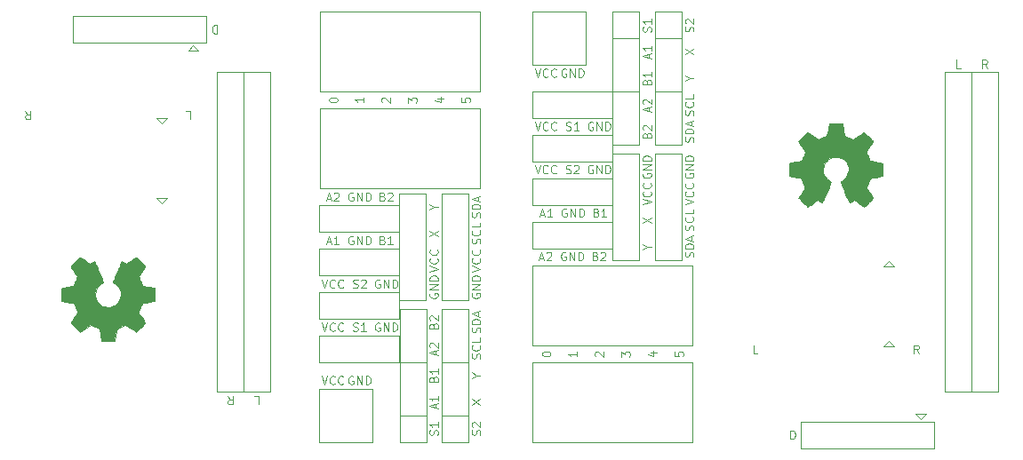
<source format=gbr>
%TF.GenerationSoftware,KiCad,Pcbnew,7.0.5*%
%TF.CreationDate,2024-01-10T23:57:27+08:00*%
%TF.ProjectId,4th,3474682e-6b69-4636-9164-5f7063625858,rev?*%
%TF.SameCoordinates,Original*%
%TF.FileFunction,Legend,Top*%
%TF.FilePolarity,Positive*%
%FSLAX46Y46*%
G04 Gerber Fmt 4.6, Leading zero omitted, Abs format (unit mm)*
G04 Created by KiCad (PCBNEW 7.0.5) date 2024-01-10 23:57:27*
%MOMM*%
%LPD*%
G01*
G04 APERTURE LIST*
%ADD10C,0.100000*%
%ADD11C,0.120000*%
%ADD12C,0.010000*%
G04 APERTURE END LIST*
D10*
X43920236Y-45040000D02*
X43920236Y-52660000D01*
D11*
X73970299Y-39279703D02*
X79050299Y-39279703D01*
X79050299Y-44359703D01*
X73970299Y-44359703D01*
X73970299Y-39279703D01*
X73980299Y-72669703D02*
X89220299Y-72669703D01*
X89220299Y-80289703D01*
X73980299Y-80289703D01*
X73980299Y-72669703D01*
D10*
X115760000Y-67900000D02*
X115760000Y-75520000D01*
X113220000Y-45040000D02*
X118300000Y-45040000D01*
X113220000Y-75520000D02*
X118300000Y-75520000D01*
X49000236Y-75520000D02*
X43920236Y-75520000D01*
X46460236Y-45040000D02*
X46460236Y-52660000D01*
X49000236Y-45040000D02*
X43920236Y-45040000D01*
X113220000Y-67900000D02*
X113220000Y-75520000D01*
D11*
X53670000Y-75210000D02*
X58750000Y-75210000D01*
X58750000Y-80290000D01*
X53670000Y-80290000D01*
X53670000Y-75210000D01*
X53680000Y-39280000D02*
X68920000Y-39280000D01*
X68920000Y-46900000D01*
X53680000Y-46900000D01*
X53680000Y-39280000D01*
D10*
X49000236Y-45040000D02*
X49000236Y-52660000D01*
X118300000Y-67900000D02*
X118300000Y-75520000D01*
D11*
X53680000Y-48500000D02*
X68920000Y-48500000D01*
X68920000Y-56120000D01*
X53680000Y-56120000D01*
X53680000Y-48500000D01*
X73980299Y-63449703D02*
X89220299Y-63449703D01*
X89220299Y-71069703D01*
X73980299Y-71069703D01*
X73980299Y-63449703D01*
%TO.C,J13*%
X56870475Y-65555760D02*
X56984761Y-65593855D01*
X56984761Y-65593855D02*
X57175237Y-65593855D01*
X57175237Y-65593855D02*
X57251428Y-65555760D01*
X57251428Y-65555760D02*
X57289523Y-65517664D01*
X57289523Y-65517664D02*
X57327618Y-65441474D01*
X57327618Y-65441474D02*
X57327618Y-65365283D01*
X57327618Y-65365283D02*
X57289523Y-65289093D01*
X57289523Y-65289093D02*
X57251428Y-65250998D01*
X57251428Y-65250998D02*
X57175237Y-65212902D01*
X57175237Y-65212902D02*
X57022856Y-65174807D01*
X57022856Y-65174807D02*
X56946666Y-65136712D01*
X56946666Y-65136712D02*
X56908571Y-65098617D01*
X56908571Y-65098617D02*
X56870475Y-65022426D01*
X56870475Y-65022426D02*
X56870475Y-64946236D01*
X56870475Y-64946236D02*
X56908571Y-64870045D01*
X56908571Y-64870045D02*
X56946666Y-64831950D01*
X56946666Y-64831950D02*
X57022856Y-64793855D01*
X57022856Y-64793855D02*
X57213333Y-64793855D01*
X57213333Y-64793855D02*
X57327618Y-64831950D01*
X57632380Y-64870045D02*
X57670476Y-64831950D01*
X57670476Y-64831950D02*
X57746666Y-64793855D01*
X57746666Y-64793855D02*
X57937142Y-64793855D01*
X57937142Y-64793855D02*
X58013333Y-64831950D01*
X58013333Y-64831950D02*
X58051428Y-64870045D01*
X58051428Y-64870045D02*
X58089523Y-64946236D01*
X58089523Y-64946236D02*
X58089523Y-65022426D01*
X58089523Y-65022426D02*
X58051428Y-65136712D01*
X58051428Y-65136712D02*
X57594285Y-65593855D01*
X57594285Y-65593855D02*
X58089523Y-65593855D01*
X53873333Y-64793855D02*
X54140000Y-65593855D01*
X54140000Y-65593855D02*
X54406666Y-64793855D01*
X55130476Y-65517664D02*
X55092380Y-65555760D01*
X55092380Y-65555760D02*
X54978095Y-65593855D01*
X54978095Y-65593855D02*
X54901904Y-65593855D01*
X54901904Y-65593855D02*
X54787618Y-65555760D01*
X54787618Y-65555760D02*
X54711428Y-65479569D01*
X54711428Y-65479569D02*
X54673333Y-65403379D01*
X54673333Y-65403379D02*
X54635237Y-65250998D01*
X54635237Y-65250998D02*
X54635237Y-65136712D01*
X54635237Y-65136712D02*
X54673333Y-64984331D01*
X54673333Y-64984331D02*
X54711428Y-64908140D01*
X54711428Y-64908140D02*
X54787618Y-64831950D01*
X54787618Y-64831950D02*
X54901904Y-64793855D01*
X54901904Y-64793855D02*
X54978095Y-64793855D01*
X54978095Y-64793855D02*
X55092380Y-64831950D01*
X55092380Y-64831950D02*
X55130476Y-64870045D01*
X55930476Y-65517664D02*
X55892380Y-65555760D01*
X55892380Y-65555760D02*
X55778095Y-65593855D01*
X55778095Y-65593855D02*
X55701904Y-65593855D01*
X55701904Y-65593855D02*
X55587618Y-65555760D01*
X55587618Y-65555760D02*
X55511428Y-65479569D01*
X55511428Y-65479569D02*
X55473333Y-65403379D01*
X55473333Y-65403379D02*
X55435237Y-65250998D01*
X55435237Y-65250998D02*
X55435237Y-65136712D01*
X55435237Y-65136712D02*
X55473333Y-64984331D01*
X55473333Y-64984331D02*
X55511428Y-64908140D01*
X55511428Y-64908140D02*
X55587618Y-64831950D01*
X55587618Y-64831950D02*
X55701904Y-64793855D01*
X55701904Y-64793855D02*
X55778095Y-64793855D01*
X55778095Y-64793855D02*
X55892380Y-64831950D01*
X55892380Y-64831950D02*
X55930476Y-64870045D01*
X59410476Y-64831950D02*
X59334286Y-64793855D01*
X59334286Y-64793855D02*
X59220000Y-64793855D01*
X59220000Y-64793855D02*
X59105714Y-64831950D01*
X59105714Y-64831950D02*
X59029524Y-64908140D01*
X59029524Y-64908140D02*
X58991429Y-64984331D01*
X58991429Y-64984331D02*
X58953333Y-65136712D01*
X58953333Y-65136712D02*
X58953333Y-65250998D01*
X58953333Y-65250998D02*
X58991429Y-65403379D01*
X58991429Y-65403379D02*
X59029524Y-65479569D01*
X59029524Y-65479569D02*
X59105714Y-65555760D01*
X59105714Y-65555760D02*
X59220000Y-65593855D01*
X59220000Y-65593855D02*
X59296191Y-65593855D01*
X59296191Y-65593855D02*
X59410476Y-65555760D01*
X59410476Y-65555760D02*
X59448572Y-65517664D01*
X59448572Y-65517664D02*
X59448572Y-65250998D01*
X59448572Y-65250998D02*
X59296191Y-65250998D01*
X59791429Y-65593855D02*
X59791429Y-64793855D01*
X59791429Y-64793855D02*
X60248572Y-65593855D01*
X60248572Y-65593855D02*
X60248572Y-64793855D01*
X60629524Y-65593855D02*
X60629524Y-64793855D01*
X60629524Y-64793855D02*
X60820000Y-64793855D01*
X60820000Y-64793855D02*
X60934286Y-64831950D01*
X60934286Y-64831950D02*
X61010476Y-64908140D01*
X61010476Y-64908140D02*
X61048571Y-64984331D01*
X61048571Y-64984331D02*
X61086667Y-65136712D01*
X61086667Y-65136712D02*
X61086667Y-65250998D01*
X61086667Y-65250998D02*
X61048571Y-65403379D01*
X61048571Y-65403379D02*
X61010476Y-65479569D01*
X61010476Y-65479569D02*
X60934286Y-65555760D01*
X60934286Y-65555760D02*
X60820000Y-65593855D01*
X60820000Y-65593855D02*
X60629524Y-65593855D01*
%TO.C,J19*%
X68965760Y-58861428D02*
X69003855Y-58747142D01*
X69003855Y-58747142D02*
X69003855Y-58556666D01*
X69003855Y-58556666D02*
X68965760Y-58480475D01*
X68965760Y-58480475D02*
X68927664Y-58442380D01*
X68927664Y-58442380D02*
X68851474Y-58404285D01*
X68851474Y-58404285D02*
X68775283Y-58404285D01*
X68775283Y-58404285D02*
X68699093Y-58442380D01*
X68699093Y-58442380D02*
X68660998Y-58480475D01*
X68660998Y-58480475D02*
X68622902Y-58556666D01*
X68622902Y-58556666D02*
X68584807Y-58709047D01*
X68584807Y-58709047D02*
X68546712Y-58785237D01*
X68546712Y-58785237D02*
X68508617Y-58823332D01*
X68508617Y-58823332D02*
X68432426Y-58861428D01*
X68432426Y-58861428D02*
X68356236Y-58861428D01*
X68356236Y-58861428D02*
X68280045Y-58823332D01*
X68280045Y-58823332D02*
X68241950Y-58785237D01*
X68241950Y-58785237D02*
X68203855Y-58709047D01*
X68203855Y-58709047D02*
X68203855Y-58518570D01*
X68203855Y-58518570D02*
X68241950Y-58404285D01*
X69003855Y-58061427D02*
X68203855Y-58061427D01*
X68203855Y-58061427D02*
X68203855Y-57870951D01*
X68203855Y-57870951D02*
X68241950Y-57756665D01*
X68241950Y-57756665D02*
X68318140Y-57680475D01*
X68318140Y-57680475D02*
X68394331Y-57642380D01*
X68394331Y-57642380D02*
X68546712Y-57604284D01*
X68546712Y-57604284D02*
X68660998Y-57604284D01*
X68660998Y-57604284D02*
X68813379Y-57642380D01*
X68813379Y-57642380D02*
X68889569Y-57680475D01*
X68889569Y-57680475D02*
X68965760Y-57756665D01*
X68965760Y-57756665D02*
X69003855Y-57870951D01*
X69003855Y-57870951D02*
X69003855Y-58061427D01*
X68775283Y-57299523D02*
X68775283Y-56918570D01*
X69003855Y-57375713D02*
X68203855Y-57109046D01*
X68203855Y-57109046D02*
X69003855Y-56842380D01*
X68965760Y-61382381D02*
X69003855Y-61268095D01*
X69003855Y-61268095D02*
X69003855Y-61077619D01*
X69003855Y-61077619D02*
X68965760Y-61001428D01*
X68965760Y-61001428D02*
X68927664Y-60963333D01*
X68927664Y-60963333D02*
X68851474Y-60925238D01*
X68851474Y-60925238D02*
X68775283Y-60925238D01*
X68775283Y-60925238D02*
X68699093Y-60963333D01*
X68699093Y-60963333D02*
X68660998Y-61001428D01*
X68660998Y-61001428D02*
X68622902Y-61077619D01*
X68622902Y-61077619D02*
X68584807Y-61230000D01*
X68584807Y-61230000D02*
X68546712Y-61306190D01*
X68546712Y-61306190D02*
X68508617Y-61344285D01*
X68508617Y-61344285D02*
X68432426Y-61382381D01*
X68432426Y-61382381D02*
X68356236Y-61382381D01*
X68356236Y-61382381D02*
X68280045Y-61344285D01*
X68280045Y-61344285D02*
X68241950Y-61306190D01*
X68241950Y-61306190D02*
X68203855Y-61230000D01*
X68203855Y-61230000D02*
X68203855Y-61039523D01*
X68203855Y-61039523D02*
X68241950Y-60925238D01*
X68927664Y-60125237D02*
X68965760Y-60163333D01*
X68965760Y-60163333D02*
X69003855Y-60277618D01*
X69003855Y-60277618D02*
X69003855Y-60353809D01*
X69003855Y-60353809D02*
X68965760Y-60468095D01*
X68965760Y-60468095D02*
X68889569Y-60544285D01*
X68889569Y-60544285D02*
X68813379Y-60582380D01*
X68813379Y-60582380D02*
X68660998Y-60620476D01*
X68660998Y-60620476D02*
X68546712Y-60620476D01*
X68546712Y-60620476D02*
X68394331Y-60582380D01*
X68394331Y-60582380D02*
X68318140Y-60544285D01*
X68318140Y-60544285D02*
X68241950Y-60468095D01*
X68241950Y-60468095D02*
X68203855Y-60353809D01*
X68203855Y-60353809D02*
X68203855Y-60277618D01*
X68203855Y-60277618D02*
X68241950Y-60163333D01*
X68241950Y-60163333D02*
X68280045Y-60125237D01*
X69003855Y-59401428D02*
X69003855Y-59782380D01*
X69003855Y-59782380D02*
X68203855Y-59782380D01*
X68203855Y-64036666D02*
X69003855Y-63769999D01*
X69003855Y-63769999D02*
X68203855Y-63503333D01*
X68927664Y-62779523D02*
X68965760Y-62817619D01*
X68965760Y-62817619D02*
X69003855Y-62931904D01*
X69003855Y-62931904D02*
X69003855Y-63008095D01*
X69003855Y-63008095D02*
X68965760Y-63122381D01*
X68965760Y-63122381D02*
X68889569Y-63198571D01*
X68889569Y-63198571D02*
X68813379Y-63236666D01*
X68813379Y-63236666D02*
X68660998Y-63274762D01*
X68660998Y-63274762D02*
X68546712Y-63274762D01*
X68546712Y-63274762D02*
X68394331Y-63236666D01*
X68394331Y-63236666D02*
X68318140Y-63198571D01*
X68318140Y-63198571D02*
X68241950Y-63122381D01*
X68241950Y-63122381D02*
X68203855Y-63008095D01*
X68203855Y-63008095D02*
X68203855Y-62931904D01*
X68203855Y-62931904D02*
X68241950Y-62817619D01*
X68241950Y-62817619D02*
X68280045Y-62779523D01*
X68927664Y-61979523D02*
X68965760Y-62017619D01*
X68965760Y-62017619D02*
X69003855Y-62131904D01*
X69003855Y-62131904D02*
X69003855Y-62208095D01*
X69003855Y-62208095D02*
X68965760Y-62322381D01*
X68965760Y-62322381D02*
X68889569Y-62398571D01*
X68889569Y-62398571D02*
X68813379Y-62436666D01*
X68813379Y-62436666D02*
X68660998Y-62474762D01*
X68660998Y-62474762D02*
X68546712Y-62474762D01*
X68546712Y-62474762D02*
X68394331Y-62436666D01*
X68394331Y-62436666D02*
X68318140Y-62398571D01*
X68318140Y-62398571D02*
X68241950Y-62322381D01*
X68241950Y-62322381D02*
X68203855Y-62208095D01*
X68203855Y-62208095D02*
X68203855Y-62131904D01*
X68203855Y-62131904D02*
X68241950Y-62017619D01*
X68241950Y-62017619D02*
X68280045Y-61979523D01*
X68241950Y-66119523D02*
X68203855Y-66195713D01*
X68203855Y-66195713D02*
X68203855Y-66309999D01*
X68203855Y-66309999D02*
X68241950Y-66424285D01*
X68241950Y-66424285D02*
X68318140Y-66500475D01*
X68318140Y-66500475D02*
X68394331Y-66538570D01*
X68394331Y-66538570D02*
X68546712Y-66576666D01*
X68546712Y-66576666D02*
X68660998Y-66576666D01*
X68660998Y-66576666D02*
X68813379Y-66538570D01*
X68813379Y-66538570D02*
X68889569Y-66500475D01*
X68889569Y-66500475D02*
X68965760Y-66424285D01*
X68965760Y-66424285D02*
X69003855Y-66309999D01*
X69003855Y-66309999D02*
X69003855Y-66233808D01*
X69003855Y-66233808D02*
X68965760Y-66119523D01*
X68965760Y-66119523D02*
X68927664Y-66081427D01*
X68927664Y-66081427D02*
X68660998Y-66081427D01*
X68660998Y-66081427D02*
X68660998Y-66233808D01*
X69003855Y-65738570D02*
X68203855Y-65738570D01*
X68203855Y-65738570D02*
X69003855Y-65281427D01*
X69003855Y-65281427D02*
X68203855Y-65281427D01*
X69003855Y-64900475D02*
X68203855Y-64900475D01*
X68203855Y-64900475D02*
X68203855Y-64709999D01*
X68203855Y-64709999D02*
X68241950Y-64595713D01*
X68241950Y-64595713D02*
X68318140Y-64519523D01*
X68318140Y-64519523D02*
X68394331Y-64481428D01*
X68394331Y-64481428D02*
X68546712Y-64443332D01*
X68546712Y-64443332D02*
X68660998Y-64443332D01*
X68660998Y-64443332D02*
X68813379Y-64481428D01*
X68813379Y-64481428D02*
X68889569Y-64519523D01*
X68889569Y-64519523D02*
X68965760Y-64595713D01*
X68965760Y-64595713D02*
X69003855Y-64709999D01*
X69003855Y-64709999D02*
X69003855Y-64900475D01*
%TO.C,J21*%
X64201950Y-66119523D02*
X64163855Y-66195713D01*
X64163855Y-66195713D02*
X64163855Y-66309999D01*
X64163855Y-66309999D02*
X64201950Y-66424285D01*
X64201950Y-66424285D02*
X64278140Y-66500475D01*
X64278140Y-66500475D02*
X64354331Y-66538570D01*
X64354331Y-66538570D02*
X64506712Y-66576666D01*
X64506712Y-66576666D02*
X64620998Y-66576666D01*
X64620998Y-66576666D02*
X64773379Y-66538570D01*
X64773379Y-66538570D02*
X64849569Y-66500475D01*
X64849569Y-66500475D02*
X64925760Y-66424285D01*
X64925760Y-66424285D02*
X64963855Y-66309999D01*
X64963855Y-66309999D02*
X64963855Y-66233808D01*
X64963855Y-66233808D02*
X64925760Y-66119523D01*
X64925760Y-66119523D02*
X64887664Y-66081427D01*
X64887664Y-66081427D02*
X64620998Y-66081427D01*
X64620998Y-66081427D02*
X64620998Y-66233808D01*
X64963855Y-65738570D02*
X64163855Y-65738570D01*
X64163855Y-65738570D02*
X64963855Y-65281427D01*
X64963855Y-65281427D02*
X64163855Y-65281427D01*
X64963855Y-64900475D02*
X64163855Y-64900475D01*
X64163855Y-64900475D02*
X64163855Y-64709999D01*
X64163855Y-64709999D02*
X64201950Y-64595713D01*
X64201950Y-64595713D02*
X64278140Y-64519523D01*
X64278140Y-64519523D02*
X64354331Y-64481428D01*
X64354331Y-64481428D02*
X64506712Y-64443332D01*
X64506712Y-64443332D02*
X64620998Y-64443332D01*
X64620998Y-64443332D02*
X64773379Y-64481428D01*
X64773379Y-64481428D02*
X64849569Y-64519523D01*
X64849569Y-64519523D02*
X64925760Y-64595713D01*
X64925760Y-64595713D02*
X64963855Y-64709999D01*
X64963855Y-64709999D02*
X64963855Y-64900475D01*
X64163855Y-60696666D02*
X64963855Y-60163332D01*
X64163855Y-60163332D02*
X64963855Y-60696666D01*
X64163855Y-64036666D02*
X64963855Y-63769999D01*
X64963855Y-63769999D02*
X64163855Y-63503333D01*
X64887664Y-62779523D02*
X64925760Y-62817619D01*
X64925760Y-62817619D02*
X64963855Y-62931904D01*
X64963855Y-62931904D02*
X64963855Y-63008095D01*
X64963855Y-63008095D02*
X64925760Y-63122381D01*
X64925760Y-63122381D02*
X64849569Y-63198571D01*
X64849569Y-63198571D02*
X64773379Y-63236666D01*
X64773379Y-63236666D02*
X64620998Y-63274762D01*
X64620998Y-63274762D02*
X64506712Y-63274762D01*
X64506712Y-63274762D02*
X64354331Y-63236666D01*
X64354331Y-63236666D02*
X64278140Y-63198571D01*
X64278140Y-63198571D02*
X64201950Y-63122381D01*
X64201950Y-63122381D02*
X64163855Y-63008095D01*
X64163855Y-63008095D02*
X64163855Y-62931904D01*
X64163855Y-62931904D02*
X64201950Y-62817619D01*
X64201950Y-62817619D02*
X64240045Y-62779523D01*
X64887664Y-61979523D02*
X64925760Y-62017619D01*
X64925760Y-62017619D02*
X64963855Y-62131904D01*
X64963855Y-62131904D02*
X64963855Y-62208095D01*
X64963855Y-62208095D02*
X64925760Y-62322381D01*
X64925760Y-62322381D02*
X64849569Y-62398571D01*
X64849569Y-62398571D02*
X64773379Y-62436666D01*
X64773379Y-62436666D02*
X64620998Y-62474762D01*
X64620998Y-62474762D02*
X64506712Y-62474762D01*
X64506712Y-62474762D02*
X64354331Y-62436666D01*
X64354331Y-62436666D02*
X64278140Y-62398571D01*
X64278140Y-62398571D02*
X64201950Y-62322381D01*
X64201950Y-62322381D02*
X64163855Y-62208095D01*
X64163855Y-62208095D02*
X64163855Y-62131904D01*
X64163855Y-62131904D02*
X64201950Y-62017619D01*
X64201950Y-62017619D02*
X64240045Y-61979523D01*
X64582902Y-57889999D02*
X64963855Y-57889999D01*
X64163855Y-58156666D02*
X64582902Y-57889999D01*
X64582902Y-57889999D02*
X64163855Y-57623333D01*
%TO.C,J9*%
X59670045Y-47898571D02*
X59631950Y-47860475D01*
X59631950Y-47860475D02*
X59593855Y-47784285D01*
X59593855Y-47784285D02*
X59593855Y-47593809D01*
X59593855Y-47593809D02*
X59631950Y-47517618D01*
X59631950Y-47517618D02*
X59670045Y-47479523D01*
X59670045Y-47479523D02*
X59746236Y-47441428D01*
X59746236Y-47441428D02*
X59822426Y-47441428D01*
X59822426Y-47441428D02*
X59936712Y-47479523D01*
X59936712Y-47479523D02*
X60393855Y-47936666D01*
X60393855Y-47936666D02*
X60393855Y-47441428D01*
X55386144Y-47631905D02*
X55386144Y-47708095D01*
X55386144Y-47708095D02*
X55348049Y-47784286D01*
X55348049Y-47784286D02*
X55309954Y-47822381D01*
X55309954Y-47822381D02*
X55233763Y-47860476D01*
X55233763Y-47860476D02*
X55081382Y-47898571D01*
X55081382Y-47898571D02*
X54890906Y-47898571D01*
X54890906Y-47898571D02*
X54738525Y-47860476D01*
X54738525Y-47860476D02*
X54662335Y-47822381D01*
X54662335Y-47822381D02*
X54624240Y-47784286D01*
X54624240Y-47784286D02*
X54586144Y-47708095D01*
X54586144Y-47708095D02*
X54586144Y-47631905D01*
X54586144Y-47631905D02*
X54624240Y-47555714D01*
X54624240Y-47555714D02*
X54662335Y-47517619D01*
X54662335Y-47517619D02*
X54738525Y-47479524D01*
X54738525Y-47479524D02*
X54890906Y-47441428D01*
X54890906Y-47441428D02*
X55081382Y-47441428D01*
X55081382Y-47441428D02*
X55233763Y-47479524D01*
X55233763Y-47479524D02*
X55309954Y-47517619D01*
X55309954Y-47517619D02*
X55348049Y-47555714D01*
X55348049Y-47555714D02*
X55386144Y-47631905D01*
X67213855Y-47479523D02*
X67213855Y-47860475D01*
X67213855Y-47860475D02*
X67594807Y-47898571D01*
X67594807Y-47898571D02*
X67556712Y-47860475D01*
X67556712Y-47860475D02*
X67518617Y-47784285D01*
X67518617Y-47784285D02*
X67518617Y-47593809D01*
X67518617Y-47593809D02*
X67556712Y-47517618D01*
X67556712Y-47517618D02*
X67594807Y-47479523D01*
X67594807Y-47479523D02*
X67670998Y-47441428D01*
X67670998Y-47441428D02*
X67861474Y-47441428D01*
X67861474Y-47441428D02*
X67937664Y-47479523D01*
X67937664Y-47479523D02*
X67975760Y-47517618D01*
X67975760Y-47517618D02*
X68013855Y-47593809D01*
X68013855Y-47593809D02*
X68013855Y-47784285D01*
X68013855Y-47784285D02*
X67975760Y-47860475D01*
X67975760Y-47860475D02*
X67937664Y-47898571D01*
X64940521Y-47517618D02*
X65473855Y-47517618D01*
X64635760Y-47708094D02*
X65207188Y-47898571D01*
X65207188Y-47898571D02*
X65207188Y-47403332D01*
X57853855Y-47441428D02*
X57853855Y-47898571D01*
X57853855Y-47669999D02*
X57053855Y-47669999D01*
X57053855Y-47669999D02*
X57168140Y-47746190D01*
X57168140Y-47746190D02*
X57244331Y-47822380D01*
X57244331Y-47822380D02*
X57282426Y-47898571D01*
X62133855Y-47936666D02*
X62133855Y-47441428D01*
X62133855Y-47441428D02*
X62438617Y-47708094D01*
X62438617Y-47708094D02*
X62438617Y-47593809D01*
X62438617Y-47593809D02*
X62476712Y-47517618D01*
X62476712Y-47517618D02*
X62514807Y-47479523D01*
X62514807Y-47479523D02*
X62590998Y-47441428D01*
X62590998Y-47441428D02*
X62781474Y-47441428D01*
X62781474Y-47441428D02*
X62857664Y-47479523D01*
X62857664Y-47479523D02*
X62895760Y-47517618D01*
X62895760Y-47517618D02*
X62933855Y-47593809D01*
X62933855Y-47593809D02*
X62933855Y-47822380D01*
X62933855Y-47822380D02*
X62895760Y-47898571D01*
X62895760Y-47898571D02*
X62857664Y-47936666D01*
%TO.C,J4*%
X117277619Y-44643855D02*
X117010952Y-44262902D01*
X116820476Y-44643855D02*
X116820476Y-43843855D01*
X116820476Y-43843855D02*
X117125238Y-43843855D01*
X117125238Y-43843855D02*
X117201428Y-43881950D01*
X117201428Y-43881950D02*
X117239523Y-43920045D01*
X117239523Y-43920045D02*
X117277619Y-43996236D01*
X117277619Y-43996236D02*
X117277619Y-44110521D01*
X117277619Y-44110521D02*
X117239523Y-44186712D01*
X117239523Y-44186712D02*
X117201428Y-44224807D01*
X117201428Y-44224807D02*
X117125238Y-44262902D01*
X117125238Y-44262902D02*
X116820476Y-44262902D01*
%TO.C,J6*%
X98550476Y-80013855D02*
X98550476Y-79213855D01*
X98550476Y-79213855D02*
X98740952Y-79213855D01*
X98740952Y-79213855D02*
X98855238Y-79251950D01*
X98855238Y-79251950D02*
X98931428Y-79328140D01*
X98931428Y-79328140D02*
X98969523Y-79404331D01*
X98969523Y-79404331D02*
X99007619Y-79556712D01*
X99007619Y-79556712D02*
X99007619Y-79670998D01*
X99007619Y-79670998D02*
X98969523Y-79823379D01*
X98969523Y-79823379D02*
X98931428Y-79899569D01*
X98931428Y-79899569D02*
X98855238Y-79975760D01*
X98855238Y-79975760D02*
X98740952Y-80013855D01*
X98740952Y-80013855D02*
X98550476Y-80013855D01*
%TO.C,U1*%
X110767619Y-71853855D02*
X110500952Y-71472902D01*
X110310476Y-71853855D02*
X110310476Y-71053855D01*
X110310476Y-71053855D02*
X110615238Y-71053855D01*
X110615238Y-71053855D02*
X110691428Y-71091950D01*
X110691428Y-71091950D02*
X110729523Y-71130045D01*
X110729523Y-71130045D02*
X110767619Y-71206236D01*
X110767619Y-71206236D02*
X110767619Y-71320521D01*
X110767619Y-71320521D02*
X110729523Y-71396712D01*
X110729523Y-71396712D02*
X110691428Y-71434807D01*
X110691428Y-71434807D02*
X110615238Y-71472902D01*
X110615238Y-71472902D02*
X110310476Y-71472902D01*
X95417619Y-71853855D02*
X95036667Y-71853855D01*
X95036667Y-71853855D02*
X95036667Y-71053855D01*
%TO.C,J14*%
X68203855Y-76746666D02*
X69003855Y-76213332D01*
X68203855Y-76213332D02*
X69003855Y-76746666D01*
X68622902Y-73939999D02*
X69003855Y-73939999D01*
X68203855Y-74206666D02*
X68622902Y-73939999D01*
X68622902Y-73939999D02*
X68203855Y-73673333D01*
X68965760Y-69831428D02*
X69003855Y-69717142D01*
X69003855Y-69717142D02*
X69003855Y-69526666D01*
X69003855Y-69526666D02*
X68965760Y-69450475D01*
X68965760Y-69450475D02*
X68927664Y-69412380D01*
X68927664Y-69412380D02*
X68851474Y-69374285D01*
X68851474Y-69374285D02*
X68775283Y-69374285D01*
X68775283Y-69374285D02*
X68699093Y-69412380D01*
X68699093Y-69412380D02*
X68660998Y-69450475D01*
X68660998Y-69450475D02*
X68622902Y-69526666D01*
X68622902Y-69526666D02*
X68584807Y-69679047D01*
X68584807Y-69679047D02*
X68546712Y-69755237D01*
X68546712Y-69755237D02*
X68508617Y-69793332D01*
X68508617Y-69793332D02*
X68432426Y-69831428D01*
X68432426Y-69831428D02*
X68356236Y-69831428D01*
X68356236Y-69831428D02*
X68280045Y-69793332D01*
X68280045Y-69793332D02*
X68241950Y-69755237D01*
X68241950Y-69755237D02*
X68203855Y-69679047D01*
X68203855Y-69679047D02*
X68203855Y-69488570D01*
X68203855Y-69488570D02*
X68241950Y-69374285D01*
X69003855Y-69031427D02*
X68203855Y-69031427D01*
X68203855Y-69031427D02*
X68203855Y-68840951D01*
X68203855Y-68840951D02*
X68241950Y-68726665D01*
X68241950Y-68726665D02*
X68318140Y-68650475D01*
X68318140Y-68650475D02*
X68394331Y-68612380D01*
X68394331Y-68612380D02*
X68546712Y-68574284D01*
X68546712Y-68574284D02*
X68660998Y-68574284D01*
X68660998Y-68574284D02*
X68813379Y-68612380D01*
X68813379Y-68612380D02*
X68889569Y-68650475D01*
X68889569Y-68650475D02*
X68965760Y-68726665D01*
X68965760Y-68726665D02*
X69003855Y-68840951D01*
X69003855Y-68840951D02*
X69003855Y-69031427D01*
X68775283Y-68269523D02*
X68775283Y-67888570D01*
X69003855Y-68345713D02*
X68203855Y-68079046D01*
X68203855Y-68079046D02*
X69003855Y-67812380D01*
X68965760Y-79629524D02*
X69003855Y-79515238D01*
X69003855Y-79515238D02*
X69003855Y-79324762D01*
X69003855Y-79324762D02*
X68965760Y-79248571D01*
X68965760Y-79248571D02*
X68927664Y-79210476D01*
X68927664Y-79210476D02*
X68851474Y-79172381D01*
X68851474Y-79172381D02*
X68775283Y-79172381D01*
X68775283Y-79172381D02*
X68699093Y-79210476D01*
X68699093Y-79210476D02*
X68660998Y-79248571D01*
X68660998Y-79248571D02*
X68622902Y-79324762D01*
X68622902Y-79324762D02*
X68584807Y-79477143D01*
X68584807Y-79477143D02*
X68546712Y-79553333D01*
X68546712Y-79553333D02*
X68508617Y-79591428D01*
X68508617Y-79591428D02*
X68432426Y-79629524D01*
X68432426Y-79629524D02*
X68356236Y-79629524D01*
X68356236Y-79629524D02*
X68280045Y-79591428D01*
X68280045Y-79591428D02*
X68241950Y-79553333D01*
X68241950Y-79553333D02*
X68203855Y-79477143D01*
X68203855Y-79477143D02*
X68203855Y-79286666D01*
X68203855Y-79286666D02*
X68241950Y-79172381D01*
X68280045Y-78867619D02*
X68241950Y-78829523D01*
X68241950Y-78829523D02*
X68203855Y-78753333D01*
X68203855Y-78753333D02*
X68203855Y-78562857D01*
X68203855Y-78562857D02*
X68241950Y-78486666D01*
X68241950Y-78486666D02*
X68280045Y-78448571D01*
X68280045Y-78448571D02*
X68356236Y-78410476D01*
X68356236Y-78410476D02*
X68432426Y-78410476D01*
X68432426Y-78410476D02*
X68546712Y-78448571D01*
X68546712Y-78448571D02*
X69003855Y-78905714D01*
X69003855Y-78905714D02*
X69003855Y-78410476D01*
X68965760Y-72352381D02*
X69003855Y-72238095D01*
X69003855Y-72238095D02*
X69003855Y-72047619D01*
X69003855Y-72047619D02*
X68965760Y-71971428D01*
X68965760Y-71971428D02*
X68927664Y-71933333D01*
X68927664Y-71933333D02*
X68851474Y-71895238D01*
X68851474Y-71895238D02*
X68775283Y-71895238D01*
X68775283Y-71895238D02*
X68699093Y-71933333D01*
X68699093Y-71933333D02*
X68660998Y-71971428D01*
X68660998Y-71971428D02*
X68622902Y-72047619D01*
X68622902Y-72047619D02*
X68584807Y-72200000D01*
X68584807Y-72200000D02*
X68546712Y-72276190D01*
X68546712Y-72276190D02*
X68508617Y-72314285D01*
X68508617Y-72314285D02*
X68432426Y-72352381D01*
X68432426Y-72352381D02*
X68356236Y-72352381D01*
X68356236Y-72352381D02*
X68280045Y-72314285D01*
X68280045Y-72314285D02*
X68241950Y-72276190D01*
X68241950Y-72276190D02*
X68203855Y-72200000D01*
X68203855Y-72200000D02*
X68203855Y-72009523D01*
X68203855Y-72009523D02*
X68241950Y-71895238D01*
X68927664Y-71095237D02*
X68965760Y-71133333D01*
X68965760Y-71133333D02*
X69003855Y-71247618D01*
X69003855Y-71247618D02*
X69003855Y-71323809D01*
X69003855Y-71323809D02*
X68965760Y-71438095D01*
X68965760Y-71438095D02*
X68889569Y-71514285D01*
X68889569Y-71514285D02*
X68813379Y-71552380D01*
X68813379Y-71552380D02*
X68660998Y-71590476D01*
X68660998Y-71590476D02*
X68546712Y-71590476D01*
X68546712Y-71590476D02*
X68394331Y-71552380D01*
X68394331Y-71552380D02*
X68318140Y-71514285D01*
X68318140Y-71514285D02*
X68241950Y-71438095D01*
X68241950Y-71438095D02*
X68203855Y-71323809D01*
X68203855Y-71323809D02*
X68203855Y-71247618D01*
X68203855Y-71247618D02*
X68241950Y-71133333D01*
X68241950Y-71133333D02*
X68280045Y-71095237D01*
X69003855Y-70371428D02*
X69003855Y-70752380D01*
X69003855Y-70752380D02*
X68203855Y-70752380D01*
%TO.C,J8*%
X64935760Y-79629524D02*
X64973855Y-79515238D01*
X64973855Y-79515238D02*
X64973855Y-79324762D01*
X64973855Y-79324762D02*
X64935760Y-79248571D01*
X64935760Y-79248571D02*
X64897664Y-79210476D01*
X64897664Y-79210476D02*
X64821474Y-79172381D01*
X64821474Y-79172381D02*
X64745283Y-79172381D01*
X64745283Y-79172381D02*
X64669093Y-79210476D01*
X64669093Y-79210476D02*
X64630998Y-79248571D01*
X64630998Y-79248571D02*
X64592902Y-79324762D01*
X64592902Y-79324762D02*
X64554807Y-79477143D01*
X64554807Y-79477143D02*
X64516712Y-79553333D01*
X64516712Y-79553333D02*
X64478617Y-79591428D01*
X64478617Y-79591428D02*
X64402426Y-79629524D01*
X64402426Y-79629524D02*
X64326236Y-79629524D01*
X64326236Y-79629524D02*
X64250045Y-79591428D01*
X64250045Y-79591428D02*
X64211950Y-79553333D01*
X64211950Y-79553333D02*
X64173855Y-79477143D01*
X64173855Y-79477143D02*
X64173855Y-79286666D01*
X64173855Y-79286666D02*
X64211950Y-79172381D01*
X64973855Y-78410476D02*
X64973855Y-78867619D01*
X64973855Y-78639047D02*
X64173855Y-78639047D01*
X64173855Y-78639047D02*
X64288140Y-78715238D01*
X64288140Y-78715238D02*
X64364331Y-78791428D01*
X64364331Y-78791428D02*
X64402426Y-78867619D01*
X64745283Y-77051428D02*
X64745283Y-76670475D01*
X64973855Y-77127618D02*
X64173855Y-76860951D01*
X64173855Y-76860951D02*
X64973855Y-76594285D01*
X64973855Y-75908571D02*
X64973855Y-76365714D01*
X64973855Y-76137142D02*
X64173855Y-76137142D01*
X64173855Y-76137142D02*
X64288140Y-76213333D01*
X64288140Y-76213333D02*
X64364331Y-76289523D01*
X64364331Y-76289523D02*
X64402426Y-76365714D01*
X64554807Y-74263809D02*
X64592902Y-74149523D01*
X64592902Y-74149523D02*
X64630998Y-74111428D01*
X64630998Y-74111428D02*
X64707188Y-74073332D01*
X64707188Y-74073332D02*
X64821474Y-74073332D01*
X64821474Y-74073332D02*
X64897664Y-74111428D01*
X64897664Y-74111428D02*
X64935760Y-74149523D01*
X64935760Y-74149523D02*
X64973855Y-74225713D01*
X64973855Y-74225713D02*
X64973855Y-74530475D01*
X64973855Y-74530475D02*
X64173855Y-74530475D01*
X64173855Y-74530475D02*
X64173855Y-74263809D01*
X64173855Y-74263809D02*
X64211950Y-74187618D01*
X64211950Y-74187618D02*
X64250045Y-74149523D01*
X64250045Y-74149523D02*
X64326236Y-74111428D01*
X64326236Y-74111428D02*
X64402426Y-74111428D01*
X64402426Y-74111428D02*
X64478617Y-74149523D01*
X64478617Y-74149523D02*
X64516712Y-74187618D01*
X64516712Y-74187618D02*
X64554807Y-74263809D01*
X64554807Y-74263809D02*
X64554807Y-74530475D01*
X64973855Y-73311428D02*
X64973855Y-73768571D01*
X64973855Y-73539999D02*
X64173855Y-73539999D01*
X64173855Y-73539999D02*
X64288140Y-73616190D01*
X64288140Y-73616190D02*
X64364331Y-73692380D01*
X64364331Y-73692380D02*
X64402426Y-73768571D01*
X64554807Y-69183809D02*
X64592902Y-69069523D01*
X64592902Y-69069523D02*
X64630998Y-69031428D01*
X64630998Y-69031428D02*
X64707188Y-68993332D01*
X64707188Y-68993332D02*
X64821474Y-68993332D01*
X64821474Y-68993332D02*
X64897664Y-69031428D01*
X64897664Y-69031428D02*
X64935760Y-69069523D01*
X64935760Y-69069523D02*
X64973855Y-69145713D01*
X64973855Y-69145713D02*
X64973855Y-69450475D01*
X64973855Y-69450475D02*
X64173855Y-69450475D01*
X64173855Y-69450475D02*
X64173855Y-69183809D01*
X64173855Y-69183809D02*
X64211950Y-69107618D01*
X64211950Y-69107618D02*
X64250045Y-69069523D01*
X64250045Y-69069523D02*
X64326236Y-69031428D01*
X64326236Y-69031428D02*
X64402426Y-69031428D01*
X64402426Y-69031428D02*
X64478617Y-69069523D01*
X64478617Y-69069523D02*
X64516712Y-69107618D01*
X64516712Y-69107618D02*
X64554807Y-69183809D01*
X64554807Y-69183809D02*
X64554807Y-69450475D01*
X64250045Y-68688571D02*
X64211950Y-68650475D01*
X64211950Y-68650475D02*
X64173855Y-68574285D01*
X64173855Y-68574285D02*
X64173855Y-68383809D01*
X64173855Y-68383809D02*
X64211950Y-68307618D01*
X64211950Y-68307618D02*
X64250045Y-68269523D01*
X64250045Y-68269523D02*
X64326236Y-68231428D01*
X64326236Y-68231428D02*
X64402426Y-68231428D01*
X64402426Y-68231428D02*
X64516712Y-68269523D01*
X64516712Y-68269523D02*
X64973855Y-68726666D01*
X64973855Y-68726666D02*
X64973855Y-68231428D01*
X64745283Y-71971428D02*
X64745283Y-71590475D01*
X64973855Y-72047618D02*
X64173855Y-71780951D01*
X64173855Y-71780951D02*
X64973855Y-71514285D01*
X64250045Y-71285714D02*
X64211950Y-71247618D01*
X64211950Y-71247618D02*
X64173855Y-71171428D01*
X64173855Y-71171428D02*
X64173855Y-70980952D01*
X64173855Y-70980952D02*
X64211950Y-70904761D01*
X64211950Y-70904761D02*
X64250045Y-70866666D01*
X64250045Y-70866666D02*
X64326236Y-70828571D01*
X64326236Y-70828571D02*
X64402426Y-70828571D01*
X64402426Y-70828571D02*
X64516712Y-70866666D01*
X64516712Y-70866666D02*
X64973855Y-71323809D01*
X64973855Y-71323809D02*
X64973855Y-70828571D01*
%TO.C,J2*%
X53873333Y-74003855D02*
X54140000Y-74803855D01*
X54140000Y-74803855D02*
X54406666Y-74003855D01*
X55130476Y-74727664D02*
X55092380Y-74765760D01*
X55092380Y-74765760D02*
X54978095Y-74803855D01*
X54978095Y-74803855D02*
X54901904Y-74803855D01*
X54901904Y-74803855D02*
X54787618Y-74765760D01*
X54787618Y-74765760D02*
X54711428Y-74689569D01*
X54711428Y-74689569D02*
X54673333Y-74613379D01*
X54673333Y-74613379D02*
X54635237Y-74460998D01*
X54635237Y-74460998D02*
X54635237Y-74346712D01*
X54635237Y-74346712D02*
X54673333Y-74194331D01*
X54673333Y-74194331D02*
X54711428Y-74118140D01*
X54711428Y-74118140D02*
X54787618Y-74041950D01*
X54787618Y-74041950D02*
X54901904Y-74003855D01*
X54901904Y-74003855D02*
X54978095Y-74003855D01*
X54978095Y-74003855D02*
X55092380Y-74041950D01*
X55092380Y-74041950D02*
X55130476Y-74080045D01*
X55930476Y-74727664D02*
X55892380Y-74765760D01*
X55892380Y-74765760D02*
X55778095Y-74803855D01*
X55778095Y-74803855D02*
X55701904Y-74803855D01*
X55701904Y-74803855D02*
X55587618Y-74765760D01*
X55587618Y-74765760D02*
X55511428Y-74689569D01*
X55511428Y-74689569D02*
X55473333Y-74613379D01*
X55473333Y-74613379D02*
X55435237Y-74460998D01*
X55435237Y-74460998D02*
X55435237Y-74346712D01*
X55435237Y-74346712D02*
X55473333Y-74194331D01*
X55473333Y-74194331D02*
X55511428Y-74118140D01*
X55511428Y-74118140D02*
X55587618Y-74041950D01*
X55587618Y-74041950D02*
X55701904Y-74003855D01*
X55701904Y-74003855D02*
X55778095Y-74003855D01*
X55778095Y-74003855D02*
X55892380Y-74041950D01*
X55892380Y-74041950D02*
X55930476Y-74080045D01*
X56870476Y-74041950D02*
X56794286Y-74003855D01*
X56794286Y-74003855D02*
X56680000Y-74003855D01*
X56680000Y-74003855D02*
X56565714Y-74041950D01*
X56565714Y-74041950D02*
X56489524Y-74118140D01*
X56489524Y-74118140D02*
X56451429Y-74194331D01*
X56451429Y-74194331D02*
X56413333Y-74346712D01*
X56413333Y-74346712D02*
X56413333Y-74460998D01*
X56413333Y-74460998D02*
X56451429Y-74613379D01*
X56451429Y-74613379D02*
X56489524Y-74689569D01*
X56489524Y-74689569D02*
X56565714Y-74765760D01*
X56565714Y-74765760D02*
X56680000Y-74803855D01*
X56680000Y-74803855D02*
X56756191Y-74803855D01*
X56756191Y-74803855D02*
X56870476Y-74765760D01*
X56870476Y-74765760D02*
X56908572Y-74727664D01*
X56908572Y-74727664D02*
X56908572Y-74460998D01*
X56908572Y-74460998D02*
X56756191Y-74460998D01*
X57251429Y-74803855D02*
X57251429Y-74003855D01*
X57251429Y-74003855D02*
X57708572Y-74803855D01*
X57708572Y-74803855D02*
X57708572Y-74003855D01*
X58089524Y-74803855D02*
X58089524Y-74003855D01*
X58089524Y-74003855D02*
X58280000Y-74003855D01*
X58280000Y-74003855D02*
X58394286Y-74041950D01*
X58394286Y-74041950D02*
X58470476Y-74118140D01*
X58470476Y-74118140D02*
X58508571Y-74194331D01*
X58508571Y-74194331D02*
X58546667Y-74346712D01*
X58546667Y-74346712D02*
X58546667Y-74460998D01*
X58546667Y-74460998D02*
X58508571Y-74613379D01*
X58508571Y-74613379D02*
X58470476Y-74689569D01*
X58470476Y-74689569D02*
X58394286Y-74765760D01*
X58394286Y-74765760D02*
X58280000Y-74803855D01*
X58280000Y-74803855D02*
X58089524Y-74803855D01*
%TO.C,J3*%
X54368571Y-57085283D02*
X54749524Y-57085283D01*
X54292381Y-57313855D02*
X54559048Y-56513855D01*
X54559048Y-56513855D02*
X54825714Y-57313855D01*
X55054285Y-56590045D02*
X55092381Y-56551950D01*
X55092381Y-56551950D02*
X55168571Y-56513855D01*
X55168571Y-56513855D02*
X55359047Y-56513855D01*
X55359047Y-56513855D02*
X55435238Y-56551950D01*
X55435238Y-56551950D02*
X55473333Y-56590045D01*
X55473333Y-56590045D02*
X55511428Y-56666236D01*
X55511428Y-56666236D02*
X55511428Y-56742426D01*
X55511428Y-56742426D02*
X55473333Y-56856712D01*
X55473333Y-56856712D02*
X55016190Y-57313855D01*
X55016190Y-57313855D02*
X55511428Y-57313855D01*
X56870476Y-56551950D02*
X56794286Y-56513855D01*
X56794286Y-56513855D02*
X56680000Y-56513855D01*
X56680000Y-56513855D02*
X56565714Y-56551950D01*
X56565714Y-56551950D02*
X56489524Y-56628140D01*
X56489524Y-56628140D02*
X56451429Y-56704331D01*
X56451429Y-56704331D02*
X56413333Y-56856712D01*
X56413333Y-56856712D02*
X56413333Y-56970998D01*
X56413333Y-56970998D02*
X56451429Y-57123379D01*
X56451429Y-57123379D02*
X56489524Y-57199569D01*
X56489524Y-57199569D02*
X56565714Y-57275760D01*
X56565714Y-57275760D02*
X56680000Y-57313855D01*
X56680000Y-57313855D02*
X56756191Y-57313855D01*
X56756191Y-57313855D02*
X56870476Y-57275760D01*
X56870476Y-57275760D02*
X56908572Y-57237664D01*
X56908572Y-57237664D02*
X56908572Y-56970998D01*
X56908572Y-56970998D02*
X56756191Y-56970998D01*
X57251429Y-57313855D02*
X57251429Y-56513855D01*
X57251429Y-56513855D02*
X57708572Y-57313855D01*
X57708572Y-57313855D02*
X57708572Y-56513855D01*
X58089524Y-57313855D02*
X58089524Y-56513855D01*
X58089524Y-56513855D02*
X58280000Y-56513855D01*
X58280000Y-56513855D02*
X58394286Y-56551950D01*
X58394286Y-56551950D02*
X58470476Y-56628140D01*
X58470476Y-56628140D02*
X58508571Y-56704331D01*
X58508571Y-56704331D02*
X58546667Y-56856712D01*
X58546667Y-56856712D02*
X58546667Y-56970998D01*
X58546667Y-56970998D02*
X58508571Y-57123379D01*
X58508571Y-57123379D02*
X58470476Y-57199569D01*
X58470476Y-57199569D02*
X58394286Y-57275760D01*
X58394286Y-57275760D02*
X58280000Y-57313855D01*
X58280000Y-57313855D02*
X58089524Y-57313855D01*
X59696190Y-56894807D02*
X59810476Y-56932902D01*
X59810476Y-56932902D02*
X59848571Y-56970998D01*
X59848571Y-56970998D02*
X59886667Y-57047188D01*
X59886667Y-57047188D02*
X59886667Y-57161474D01*
X59886667Y-57161474D02*
X59848571Y-57237664D01*
X59848571Y-57237664D02*
X59810476Y-57275760D01*
X59810476Y-57275760D02*
X59734286Y-57313855D01*
X59734286Y-57313855D02*
X59429524Y-57313855D01*
X59429524Y-57313855D02*
X59429524Y-56513855D01*
X59429524Y-56513855D02*
X59696190Y-56513855D01*
X59696190Y-56513855D02*
X59772381Y-56551950D01*
X59772381Y-56551950D02*
X59810476Y-56590045D01*
X59810476Y-56590045D02*
X59848571Y-56666236D01*
X59848571Y-56666236D02*
X59848571Y-56742426D01*
X59848571Y-56742426D02*
X59810476Y-56818617D01*
X59810476Y-56818617D02*
X59772381Y-56856712D01*
X59772381Y-56856712D02*
X59696190Y-56894807D01*
X59696190Y-56894807D02*
X59429524Y-56894807D01*
X60191428Y-56590045D02*
X60229524Y-56551950D01*
X60229524Y-56551950D02*
X60305714Y-56513855D01*
X60305714Y-56513855D02*
X60496190Y-56513855D01*
X60496190Y-56513855D02*
X60572381Y-56551950D01*
X60572381Y-56551950D02*
X60610476Y-56590045D01*
X60610476Y-56590045D02*
X60648571Y-56666236D01*
X60648571Y-56666236D02*
X60648571Y-56742426D01*
X60648571Y-56742426D02*
X60610476Y-56856712D01*
X60610476Y-56856712D02*
X60153333Y-57313855D01*
X60153333Y-57313855D02*
X60648571Y-57313855D01*
%TO.C,J7*%
X56870475Y-69685760D02*
X56984761Y-69723855D01*
X56984761Y-69723855D02*
X57175237Y-69723855D01*
X57175237Y-69723855D02*
X57251428Y-69685760D01*
X57251428Y-69685760D02*
X57289523Y-69647664D01*
X57289523Y-69647664D02*
X57327618Y-69571474D01*
X57327618Y-69571474D02*
X57327618Y-69495283D01*
X57327618Y-69495283D02*
X57289523Y-69419093D01*
X57289523Y-69419093D02*
X57251428Y-69380998D01*
X57251428Y-69380998D02*
X57175237Y-69342902D01*
X57175237Y-69342902D02*
X57022856Y-69304807D01*
X57022856Y-69304807D02*
X56946666Y-69266712D01*
X56946666Y-69266712D02*
X56908571Y-69228617D01*
X56908571Y-69228617D02*
X56870475Y-69152426D01*
X56870475Y-69152426D02*
X56870475Y-69076236D01*
X56870475Y-69076236D02*
X56908571Y-69000045D01*
X56908571Y-69000045D02*
X56946666Y-68961950D01*
X56946666Y-68961950D02*
X57022856Y-68923855D01*
X57022856Y-68923855D02*
X57213333Y-68923855D01*
X57213333Y-68923855D02*
X57327618Y-68961950D01*
X58089523Y-69723855D02*
X57632380Y-69723855D01*
X57860952Y-69723855D02*
X57860952Y-68923855D01*
X57860952Y-68923855D02*
X57784761Y-69038140D01*
X57784761Y-69038140D02*
X57708571Y-69114331D01*
X57708571Y-69114331D02*
X57632380Y-69152426D01*
X53873333Y-68923855D02*
X54140000Y-69723855D01*
X54140000Y-69723855D02*
X54406666Y-68923855D01*
X55130476Y-69647664D02*
X55092380Y-69685760D01*
X55092380Y-69685760D02*
X54978095Y-69723855D01*
X54978095Y-69723855D02*
X54901904Y-69723855D01*
X54901904Y-69723855D02*
X54787618Y-69685760D01*
X54787618Y-69685760D02*
X54711428Y-69609569D01*
X54711428Y-69609569D02*
X54673333Y-69533379D01*
X54673333Y-69533379D02*
X54635237Y-69380998D01*
X54635237Y-69380998D02*
X54635237Y-69266712D01*
X54635237Y-69266712D02*
X54673333Y-69114331D01*
X54673333Y-69114331D02*
X54711428Y-69038140D01*
X54711428Y-69038140D02*
X54787618Y-68961950D01*
X54787618Y-68961950D02*
X54901904Y-68923855D01*
X54901904Y-68923855D02*
X54978095Y-68923855D01*
X54978095Y-68923855D02*
X55092380Y-68961950D01*
X55092380Y-68961950D02*
X55130476Y-69000045D01*
X55930476Y-69647664D02*
X55892380Y-69685760D01*
X55892380Y-69685760D02*
X55778095Y-69723855D01*
X55778095Y-69723855D02*
X55701904Y-69723855D01*
X55701904Y-69723855D02*
X55587618Y-69685760D01*
X55587618Y-69685760D02*
X55511428Y-69609569D01*
X55511428Y-69609569D02*
X55473333Y-69533379D01*
X55473333Y-69533379D02*
X55435237Y-69380998D01*
X55435237Y-69380998D02*
X55435237Y-69266712D01*
X55435237Y-69266712D02*
X55473333Y-69114331D01*
X55473333Y-69114331D02*
X55511428Y-69038140D01*
X55511428Y-69038140D02*
X55587618Y-68961950D01*
X55587618Y-68961950D02*
X55701904Y-68923855D01*
X55701904Y-68923855D02*
X55778095Y-68923855D01*
X55778095Y-68923855D02*
X55892380Y-68961950D01*
X55892380Y-68961950D02*
X55930476Y-69000045D01*
X59410476Y-68961950D02*
X59334286Y-68923855D01*
X59334286Y-68923855D02*
X59220000Y-68923855D01*
X59220000Y-68923855D02*
X59105714Y-68961950D01*
X59105714Y-68961950D02*
X59029524Y-69038140D01*
X59029524Y-69038140D02*
X58991429Y-69114331D01*
X58991429Y-69114331D02*
X58953333Y-69266712D01*
X58953333Y-69266712D02*
X58953333Y-69380998D01*
X58953333Y-69380998D02*
X58991429Y-69533379D01*
X58991429Y-69533379D02*
X59029524Y-69609569D01*
X59029524Y-69609569D02*
X59105714Y-69685760D01*
X59105714Y-69685760D02*
X59220000Y-69723855D01*
X59220000Y-69723855D02*
X59296191Y-69723855D01*
X59296191Y-69723855D02*
X59410476Y-69685760D01*
X59410476Y-69685760D02*
X59448572Y-69647664D01*
X59448572Y-69647664D02*
X59448572Y-69380998D01*
X59448572Y-69380998D02*
X59296191Y-69380998D01*
X59791429Y-69723855D02*
X59791429Y-68923855D01*
X59791429Y-68923855D02*
X60248572Y-69723855D01*
X60248572Y-69723855D02*
X60248572Y-68923855D01*
X60629524Y-69723855D02*
X60629524Y-68923855D01*
X60629524Y-68923855D02*
X60820000Y-68923855D01*
X60820000Y-68923855D02*
X60934286Y-68961950D01*
X60934286Y-68961950D02*
X61010476Y-69038140D01*
X61010476Y-69038140D02*
X61048571Y-69114331D01*
X61048571Y-69114331D02*
X61086667Y-69266712D01*
X61086667Y-69266712D02*
X61086667Y-69380998D01*
X61086667Y-69380998D02*
X61048571Y-69533379D01*
X61048571Y-69533379D02*
X61010476Y-69609569D01*
X61010476Y-69609569D02*
X60934286Y-69685760D01*
X60934286Y-69685760D02*
X60820000Y-69723855D01*
X60820000Y-69723855D02*
X60629524Y-69723855D01*
%TO.C,J5*%
X114737619Y-44643855D02*
X114356667Y-44643855D01*
X114356667Y-44643855D02*
X114356667Y-43843855D01*
%TO.C,J15*%
X59696190Y-61034807D02*
X59810476Y-61072902D01*
X59810476Y-61072902D02*
X59848571Y-61110998D01*
X59848571Y-61110998D02*
X59886667Y-61187188D01*
X59886667Y-61187188D02*
X59886667Y-61301474D01*
X59886667Y-61301474D02*
X59848571Y-61377664D01*
X59848571Y-61377664D02*
X59810476Y-61415760D01*
X59810476Y-61415760D02*
X59734286Y-61453855D01*
X59734286Y-61453855D02*
X59429524Y-61453855D01*
X59429524Y-61453855D02*
X59429524Y-60653855D01*
X59429524Y-60653855D02*
X59696190Y-60653855D01*
X59696190Y-60653855D02*
X59772381Y-60691950D01*
X59772381Y-60691950D02*
X59810476Y-60730045D01*
X59810476Y-60730045D02*
X59848571Y-60806236D01*
X59848571Y-60806236D02*
X59848571Y-60882426D01*
X59848571Y-60882426D02*
X59810476Y-60958617D01*
X59810476Y-60958617D02*
X59772381Y-60996712D01*
X59772381Y-60996712D02*
X59696190Y-61034807D01*
X59696190Y-61034807D02*
X59429524Y-61034807D01*
X60648571Y-61453855D02*
X60191428Y-61453855D01*
X60420000Y-61453855D02*
X60420000Y-60653855D01*
X60420000Y-60653855D02*
X60343809Y-60768140D01*
X60343809Y-60768140D02*
X60267619Y-60844331D01*
X60267619Y-60844331D02*
X60191428Y-60882426D01*
X56870476Y-60691950D02*
X56794286Y-60653855D01*
X56794286Y-60653855D02*
X56680000Y-60653855D01*
X56680000Y-60653855D02*
X56565714Y-60691950D01*
X56565714Y-60691950D02*
X56489524Y-60768140D01*
X56489524Y-60768140D02*
X56451429Y-60844331D01*
X56451429Y-60844331D02*
X56413333Y-60996712D01*
X56413333Y-60996712D02*
X56413333Y-61110998D01*
X56413333Y-61110998D02*
X56451429Y-61263379D01*
X56451429Y-61263379D02*
X56489524Y-61339569D01*
X56489524Y-61339569D02*
X56565714Y-61415760D01*
X56565714Y-61415760D02*
X56680000Y-61453855D01*
X56680000Y-61453855D02*
X56756191Y-61453855D01*
X56756191Y-61453855D02*
X56870476Y-61415760D01*
X56870476Y-61415760D02*
X56908572Y-61377664D01*
X56908572Y-61377664D02*
X56908572Y-61110998D01*
X56908572Y-61110998D02*
X56756191Y-61110998D01*
X57251429Y-61453855D02*
X57251429Y-60653855D01*
X57251429Y-60653855D02*
X57708572Y-61453855D01*
X57708572Y-61453855D02*
X57708572Y-60653855D01*
X58089524Y-61453855D02*
X58089524Y-60653855D01*
X58089524Y-60653855D02*
X58280000Y-60653855D01*
X58280000Y-60653855D02*
X58394286Y-60691950D01*
X58394286Y-60691950D02*
X58470476Y-60768140D01*
X58470476Y-60768140D02*
X58508571Y-60844331D01*
X58508571Y-60844331D02*
X58546667Y-60996712D01*
X58546667Y-60996712D02*
X58546667Y-61110998D01*
X58546667Y-61110998D02*
X58508571Y-61263379D01*
X58508571Y-61263379D02*
X58470476Y-61339569D01*
X58470476Y-61339569D02*
X58394286Y-61415760D01*
X58394286Y-61415760D02*
X58280000Y-61453855D01*
X58280000Y-61453855D02*
X58089524Y-61453855D01*
X54368571Y-61225283D02*
X54749524Y-61225283D01*
X54292381Y-61453855D02*
X54559048Y-60653855D01*
X54559048Y-60653855D02*
X54825714Y-61453855D01*
X55511428Y-61453855D02*
X55054285Y-61453855D01*
X55282857Y-61453855D02*
X55282857Y-60653855D01*
X55282857Y-60653855D02*
X55206666Y-60768140D01*
X55206666Y-60768140D02*
X55130476Y-60844331D01*
X55130476Y-60844331D02*
X55054285Y-60882426D01*
%TO.C,J8*%
X84855106Y-45963512D02*
X84893201Y-45849226D01*
X84893201Y-45849226D02*
X84931297Y-45811131D01*
X84931297Y-45811131D02*
X85007487Y-45773035D01*
X85007487Y-45773035D02*
X85121773Y-45773035D01*
X85121773Y-45773035D02*
X85197963Y-45811131D01*
X85197963Y-45811131D02*
X85236059Y-45849226D01*
X85236059Y-45849226D02*
X85274154Y-45925416D01*
X85274154Y-45925416D02*
X85274154Y-46230178D01*
X85274154Y-46230178D02*
X84474154Y-46230178D01*
X84474154Y-46230178D02*
X84474154Y-45963512D01*
X84474154Y-45963512D02*
X84512249Y-45887321D01*
X84512249Y-45887321D02*
X84550344Y-45849226D01*
X84550344Y-45849226D02*
X84626535Y-45811131D01*
X84626535Y-45811131D02*
X84702725Y-45811131D01*
X84702725Y-45811131D02*
X84778916Y-45849226D01*
X84778916Y-45849226D02*
X84817011Y-45887321D01*
X84817011Y-45887321D02*
X84855106Y-45963512D01*
X84855106Y-45963512D02*
X84855106Y-46230178D01*
X85274154Y-45011131D02*
X85274154Y-45468274D01*
X85274154Y-45239702D02*
X84474154Y-45239702D01*
X84474154Y-45239702D02*
X84588439Y-45315893D01*
X84588439Y-45315893D02*
X84664630Y-45392083D01*
X84664630Y-45392083D02*
X84702725Y-45468274D01*
X84855106Y-51043512D02*
X84893201Y-50929226D01*
X84893201Y-50929226D02*
X84931297Y-50891131D01*
X84931297Y-50891131D02*
X85007487Y-50853035D01*
X85007487Y-50853035D02*
X85121773Y-50853035D01*
X85121773Y-50853035D02*
X85197963Y-50891131D01*
X85197963Y-50891131D02*
X85236059Y-50929226D01*
X85236059Y-50929226D02*
X85274154Y-51005416D01*
X85274154Y-51005416D02*
X85274154Y-51310178D01*
X85274154Y-51310178D02*
X84474154Y-51310178D01*
X84474154Y-51310178D02*
X84474154Y-51043512D01*
X84474154Y-51043512D02*
X84512249Y-50967321D01*
X84512249Y-50967321D02*
X84550344Y-50929226D01*
X84550344Y-50929226D02*
X84626535Y-50891131D01*
X84626535Y-50891131D02*
X84702725Y-50891131D01*
X84702725Y-50891131D02*
X84778916Y-50929226D01*
X84778916Y-50929226D02*
X84817011Y-50967321D01*
X84817011Y-50967321D02*
X84855106Y-51043512D01*
X84855106Y-51043512D02*
X84855106Y-51310178D01*
X84550344Y-50548274D02*
X84512249Y-50510178D01*
X84512249Y-50510178D02*
X84474154Y-50433988D01*
X84474154Y-50433988D02*
X84474154Y-50243512D01*
X84474154Y-50243512D02*
X84512249Y-50167321D01*
X84512249Y-50167321D02*
X84550344Y-50129226D01*
X84550344Y-50129226D02*
X84626535Y-50091131D01*
X84626535Y-50091131D02*
X84702725Y-50091131D01*
X84702725Y-50091131D02*
X84817011Y-50129226D01*
X84817011Y-50129226D02*
X85274154Y-50586369D01*
X85274154Y-50586369D02*
X85274154Y-50091131D01*
X85045582Y-43671131D02*
X85045582Y-43290178D01*
X85274154Y-43747321D02*
X84474154Y-43480654D01*
X84474154Y-43480654D02*
X85274154Y-43213988D01*
X85274154Y-42528274D02*
X85274154Y-42985417D01*
X85274154Y-42756845D02*
X84474154Y-42756845D01*
X84474154Y-42756845D02*
X84588439Y-42833036D01*
X84588439Y-42833036D02*
X84664630Y-42909226D01*
X84664630Y-42909226D02*
X84702725Y-42985417D01*
X85236059Y-41169227D02*
X85274154Y-41054941D01*
X85274154Y-41054941D02*
X85274154Y-40864465D01*
X85274154Y-40864465D02*
X85236059Y-40788274D01*
X85236059Y-40788274D02*
X85197963Y-40750179D01*
X85197963Y-40750179D02*
X85121773Y-40712084D01*
X85121773Y-40712084D02*
X85045582Y-40712084D01*
X85045582Y-40712084D02*
X84969392Y-40750179D01*
X84969392Y-40750179D02*
X84931297Y-40788274D01*
X84931297Y-40788274D02*
X84893201Y-40864465D01*
X84893201Y-40864465D02*
X84855106Y-41016846D01*
X84855106Y-41016846D02*
X84817011Y-41093036D01*
X84817011Y-41093036D02*
X84778916Y-41131131D01*
X84778916Y-41131131D02*
X84702725Y-41169227D01*
X84702725Y-41169227D02*
X84626535Y-41169227D01*
X84626535Y-41169227D02*
X84550344Y-41131131D01*
X84550344Y-41131131D02*
X84512249Y-41093036D01*
X84512249Y-41093036D02*
X84474154Y-41016846D01*
X84474154Y-41016846D02*
X84474154Y-40826369D01*
X84474154Y-40826369D02*
X84512249Y-40712084D01*
X85274154Y-39950179D02*
X85274154Y-40407322D01*
X85274154Y-40178750D02*
X84474154Y-40178750D01*
X84474154Y-40178750D02*
X84588439Y-40254941D01*
X84588439Y-40254941D02*
X84664630Y-40331131D01*
X84664630Y-40331131D02*
X84702725Y-40407322D01*
X85045582Y-48751131D02*
X85045582Y-48370178D01*
X85274154Y-48827321D02*
X84474154Y-48560654D01*
X84474154Y-48560654D02*
X85274154Y-48293988D01*
X84550344Y-48065417D02*
X84512249Y-48027321D01*
X84512249Y-48027321D02*
X84474154Y-47951131D01*
X84474154Y-47951131D02*
X84474154Y-47760655D01*
X84474154Y-47760655D02*
X84512249Y-47684464D01*
X84512249Y-47684464D02*
X84550344Y-47646369D01*
X84550344Y-47646369D02*
X84626535Y-47608274D01*
X84626535Y-47608274D02*
X84702725Y-47608274D01*
X84702725Y-47608274D02*
X84817011Y-47646369D01*
X84817011Y-47646369D02*
X85274154Y-48103512D01*
X85274154Y-48103512D02*
X85274154Y-47608274D01*
%TO.C,U1*%
X25622616Y-48706144D02*
X25889283Y-49087097D01*
X26079759Y-48706144D02*
X26079759Y-49506144D01*
X26079759Y-49506144D02*
X25774997Y-49506144D01*
X25774997Y-49506144D02*
X25698807Y-49468049D01*
X25698807Y-49468049D02*
X25660712Y-49429954D01*
X25660712Y-49429954D02*
X25622616Y-49353763D01*
X25622616Y-49353763D02*
X25622616Y-49239478D01*
X25622616Y-49239478D02*
X25660712Y-49163287D01*
X25660712Y-49163287D02*
X25698807Y-49125192D01*
X25698807Y-49125192D02*
X25774997Y-49087097D01*
X25774997Y-49087097D02*
X26079759Y-49087097D01*
X40972616Y-48706144D02*
X41353568Y-48706144D01*
X41353568Y-48706144D02*
X41353568Y-49506144D01*
%TO.C,J2*%
X77170775Y-44731653D02*
X77094585Y-44693558D01*
X77094585Y-44693558D02*
X76980299Y-44693558D01*
X76980299Y-44693558D02*
X76866013Y-44731653D01*
X76866013Y-44731653D02*
X76789823Y-44807843D01*
X76789823Y-44807843D02*
X76751728Y-44884034D01*
X76751728Y-44884034D02*
X76713632Y-45036415D01*
X76713632Y-45036415D02*
X76713632Y-45150701D01*
X76713632Y-45150701D02*
X76751728Y-45303082D01*
X76751728Y-45303082D02*
X76789823Y-45379272D01*
X76789823Y-45379272D02*
X76866013Y-45455463D01*
X76866013Y-45455463D02*
X76980299Y-45493558D01*
X76980299Y-45493558D02*
X77056490Y-45493558D01*
X77056490Y-45493558D02*
X77170775Y-45455463D01*
X77170775Y-45455463D02*
X77208871Y-45417367D01*
X77208871Y-45417367D02*
X77208871Y-45150701D01*
X77208871Y-45150701D02*
X77056490Y-45150701D01*
X77551728Y-45493558D02*
X77551728Y-44693558D01*
X77551728Y-44693558D02*
X78008871Y-45493558D01*
X78008871Y-45493558D02*
X78008871Y-44693558D01*
X78389823Y-45493558D02*
X78389823Y-44693558D01*
X78389823Y-44693558D02*
X78580299Y-44693558D01*
X78580299Y-44693558D02*
X78694585Y-44731653D01*
X78694585Y-44731653D02*
X78770775Y-44807843D01*
X78770775Y-44807843D02*
X78808870Y-44884034D01*
X78808870Y-44884034D02*
X78846966Y-45036415D01*
X78846966Y-45036415D02*
X78846966Y-45150701D01*
X78846966Y-45150701D02*
X78808870Y-45303082D01*
X78808870Y-45303082D02*
X78770775Y-45379272D01*
X78770775Y-45379272D02*
X78694585Y-45455463D01*
X78694585Y-45455463D02*
X78580299Y-45493558D01*
X78580299Y-45493558D02*
X78389823Y-45493558D01*
X74173632Y-44693558D02*
X74440299Y-45493558D01*
X74440299Y-45493558D02*
X74706965Y-44693558D01*
X75430775Y-45417367D02*
X75392679Y-45455463D01*
X75392679Y-45455463D02*
X75278394Y-45493558D01*
X75278394Y-45493558D02*
X75202203Y-45493558D01*
X75202203Y-45493558D02*
X75087917Y-45455463D01*
X75087917Y-45455463D02*
X75011727Y-45379272D01*
X75011727Y-45379272D02*
X74973632Y-45303082D01*
X74973632Y-45303082D02*
X74935536Y-45150701D01*
X74935536Y-45150701D02*
X74935536Y-45036415D01*
X74935536Y-45036415D02*
X74973632Y-44884034D01*
X74973632Y-44884034D02*
X75011727Y-44807843D01*
X75011727Y-44807843D02*
X75087917Y-44731653D01*
X75087917Y-44731653D02*
X75202203Y-44693558D01*
X75202203Y-44693558D02*
X75278394Y-44693558D01*
X75278394Y-44693558D02*
X75392679Y-44731653D01*
X75392679Y-44731653D02*
X75430775Y-44769748D01*
X76230775Y-45417367D02*
X76192679Y-45455463D01*
X76192679Y-45455463D02*
X76078394Y-45493558D01*
X76078394Y-45493558D02*
X76002203Y-45493558D01*
X76002203Y-45493558D02*
X75887917Y-45455463D01*
X75887917Y-45455463D02*
X75811727Y-45379272D01*
X75811727Y-45379272D02*
X75773632Y-45303082D01*
X75773632Y-45303082D02*
X75735536Y-45150701D01*
X75735536Y-45150701D02*
X75735536Y-45036415D01*
X75735536Y-45036415D02*
X75773632Y-44884034D01*
X75773632Y-44884034D02*
X75811727Y-44807843D01*
X75811727Y-44807843D02*
X75887917Y-44731653D01*
X75887917Y-44731653D02*
X76002203Y-44693558D01*
X76002203Y-44693558D02*
X76078394Y-44693558D01*
X76078394Y-44693558D02*
X76192679Y-44731653D01*
X76192679Y-44731653D02*
X76230775Y-44769748D01*
%TO.C,J4*%
X47482616Y-75916144D02*
X47863568Y-75916144D01*
X47863568Y-75916144D02*
X47863568Y-76716144D01*
%TO.C,J14*%
X88504154Y-43356369D02*
X89304154Y-42823035D01*
X88504154Y-42823035D02*
X89304154Y-43356369D01*
X88923201Y-45629702D02*
X89304154Y-45629702D01*
X88504154Y-45896369D02*
X88923201Y-45629702D01*
X88923201Y-45629702D02*
X88504154Y-45363036D01*
X89266059Y-41159227D02*
X89304154Y-41044941D01*
X89304154Y-41044941D02*
X89304154Y-40854465D01*
X89304154Y-40854465D02*
X89266059Y-40778274D01*
X89266059Y-40778274D02*
X89227963Y-40740179D01*
X89227963Y-40740179D02*
X89151773Y-40702084D01*
X89151773Y-40702084D02*
X89075582Y-40702084D01*
X89075582Y-40702084D02*
X88999392Y-40740179D01*
X88999392Y-40740179D02*
X88961297Y-40778274D01*
X88961297Y-40778274D02*
X88923201Y-40854465D01*
X88923201Y-40854465D02*
X88885106Y-41006846D01*
X88885106Y-41006846D02*
X88847011Y-41083036D01*
X88847011Y-41083036D02*
X88808916Y-41121131D01*
X88808916Y-41121131D02*
X88732725Y-41159227D01*
X88732725Y-41159227D02*
X88656535Y-41159227D01*
X88656535Y-41159227D02*
X88580344Y-41121131D01*
X88580344Y-41121131D02*
X88542249Y-41083036D01*
X88542249Y-41083036D02*
X88504154Y-41006846D01*
X88504154Y-41006846D02*
X88504154Y-40816369D01*
X88504154Y-40816369D02*
X88542249Y-40702084D01*
X88580344Y-40397322D02*
X88542249Y-40359226D01*
X88542249Y-40359226D02*
X88504154Y-40283036D01*
X88504154Y-40283036D02*
X88504154Y-40092560D01*
X88504154Y-40092560D02*
X88542249Y-40016369D01*
X88542249Y-40016369D02*
X88580344Y-39978274D01*
X88580344Y-39978274D02*
X88656535Y-39940179D01*
X88656535Y-39940179D02*
X88732725Y-39940179D01*
X88732725Y-39940179D02*
X88847011Y-39978274D01*
X88847011Y-39978274D02*
X89304154Y-40435417D01*
X89304154Y-40435417D02*
X89304154Y-39940179D01*
X89266059Y-51681131D02*
X89304154Y-51566845D01*
X89304154Y-51566845D02*
X89304154Y-51376369D01*
X89304154Y-51376369D02*
X89266059Y-51300178D01*
X89266059Y-51300178D02*
X89227963Y-51262083D01*
X89227963Y-51262083D02*
X89151773Y-51223988D01*
X89151773Y-51223988D02*
X89075582Y-51223988D01*
X89075582Y-51223988D02*
X88999392Y-51262083D01*
X88999392Y-51262083D02*
X88961297Y-51300178D01*
X88961297Y-51300178D02*
X88923201Y-51376369D01*
X88923201Y-51376369D02*
X88885106Y-51528750D01*
X88885106Y-51528750D02*
X88847011Y-51604940D01*
X88847011Y-51604940D02*
X88808916Y-51643035D01*
X88808916Y-51643035D02*
X88732725Y-51681131D01*
X88732725Y-51681131D02*
X88656535Y-51681131D01*
X88656535Y-51681131D02*
X88580344Y-51643035D01*
X88580344Y-51643035D02*
X88542249Y-51604940D01*
X88542249Y-51604940D02*
X88504154Y-51528750D01*
X88504154Y-51528750D02*
X88504154Y-51338273D01*
X88504154Y-51338273D02*
X88542249Y-51223988D01*
X89304154Y-50881130D02*
X88504154Y-50881130D01*
X88504154Y-50881130D02*
X88504154Y-50690654D01*
X88504154Y-50690654D02*
X88542249Y-50576368D01*
X88542249Y-50576368D02*
X88618439Y-50500178D01*
X88618439Y-50500178D02*
X88694630Y-50462083D01*
X88694630Y-50462083D02*
X88847011Y-50423987D01*
X88847011Y-50423987D02*
X88961297Y-50423987D01*
X88961297Y-50423987D02*
X89113678Y-50462083D01*
X89113678Y-50462083D02*
X89189868Y-50500178D01*
X89189868Y-50500178D02*
X89266059Y-50576368D01*
X89266059Y-50576368D02*
X89304154Y-50690654D01*
X89304154Y-50690654D02*
X89304154Y-50881130D01*
X89075582Y-50119226D02*
X89075582Y-49738273D01*
X89304154Y-50195416D02*
X88504154Y-49928749D01*
X88504154Y-49928749D02*
X89304154Y-49662083D01*
X89266059Y-49122084D02*
X89304154Y-49007798D01*
X89304154Y-49007798D02*
X89304154Y-48817322D01*
X89304154Y-48817322D02*
X89266059Y-48741131D01*
X89266059Y-48741131D02*
X89227963Y-48703036D01*
X89227963Y-48703036D02*
X89151773Y-48664941D01*
X89151773Y-48664941D02*
X89075582Y-48664941D01*
X89075582Y-48664941D02*
X88999392Y-48703036D01*
X88999392Y-48703036D02*
X88961297Y-48741131D01*
X88961297Y-48741131D02*
X88923201Y-48817322D01*
X88923201Y-48817322D02*
X88885106Y-48969703D01*
X88885106Y-48969703D02*
X88847011Y-49045893D01*
X88847011Y-49045893D02*
X88808916Y-49083988D01*
X88808916Y-49083988D02*
X88732725Y-49122084D01*
X88732725Y-49122084D02*
X88656535Y-49122084D01*
X88656535Y-49122084D02*
X88580344Y-49083988D01*
X88580344Y-49083988D02*
X88542249Y-49045893D01*
X88542249Y-49045893D02*
X88504154Y-48969703D01*
X88504154Y-48969703D02*
X88504154Y-48779226D01*
X88504154Y-48779226D02*
X88542249Y-48664941D01*
X89227963Y-47864940D02*
X89266059Y-47903036D01*
X89266059Y-47903036D02*
X89304154Y-48017321D01*
X89304154Y-48017321D02*
X89304154Y-48093512D01*
X89304154Y-48093512D02*
X89266059Y-48207798D01*
X89266059Y-48207798D02*
X89189868Y-48283988D01*
X89189868Y-48283988D02*
X89113678Y-48322083D01*
X89113678Y-48322083D02*
X88961297Y-48360179D01*
X88961297Y-48360179D02*
X88847011Y-48360179D01*
X88847011Y-48360179D02*
X88694630Y-48322083D01*
X88694630Y-48322083D02*
X88618439Y-48283988D01*
X88618439Y-48283988D02*
X88542249Y-48207798D01*
X88542249Y-48207798D02*
X88504154Y-48093512D01*
X88504154Y-48093512D02*
X88504154Y-48017321D01*
X88504154Y-48017321D02*
X88542249Y-47903036D01*
X88542249Y-47903036D02*
X88580344Y-47864940D01*
X89304154Y-47141131D02*
X89304154Y-47522083D01*
X89304154Y-47522083D02*
X88504154Y-47522083D01*
%TO.C,J7*%
X77170774Y-50535463D02*
X77285060Y-50573558D01*
X77285060Y-50573558D02*
X77475536Y-50573558D01*
X77475536Y-50573558D02*
X77551727Y-50535463D01*
X77551727Y-50535463D02*
X77589822Y-50497367D01*
X77589822Y-50497367D02*
X77627917Y-50421177D01*
X77627917Y-50421177D02*
X77627917Y-50344986D01*
X77627917Y-50344986D02*
X77589822Y-50268796D01*
X77589822Y-50268796D02*
X77551727Y-50230701D01*
X77551727Y-50230701D02*
X77475536Y-50192605D01*
X77475536Y-50192605D02*
X77323155Y-50154510D01*
X77323155Y-50154510D02*
X77246965Y-50116415D01*
X77246965Y-50116415D02*
X77208870Y-50078320D01*
X77208870Y-50078320D02*
X77170774Y-50002129D01*
X77170774Y-50002129D02*
X77170774Y-49925939D01*
X77170774Y-49925939D02*
X77208870Y-49849748D01*
X77208870Y-49849748D02*
X77246965Y-49811653D01*
X77246965Y-49811653D02*
X77323155Y-49773558D01*
X77323155Y-49773558D02*
X77513632Y-49773558D01*
X77513632Y-49773558D02*
X77627917Y-49811653D01*
X78389822Y-50573558D02*
X77932679Y-50573558D01*
X78161251Y-50573558D02*
X78161251Y-49773558D01*
X78161251Y-49773558D02*
X78085060Y-49887843D01*
X78085060Y-49887843D02*
X78008870Y-49964034D01*
X78008870Y-49964034D02*
X77932679Y-50002129D01*
X79710775Y-49811653D02*
X79634585Y-49773558D01*
X79634585Y-49773558D02*
X79520299Y-49773558D01*
X79520299Y-49773558D02*
X79406013Y-49811653D01*
X79406013Y-49811653D02*
X79329823Y-49887843D01*
X79329823Y-49887843D02*
X79291728Y-49964034D01*
X79291728Y-49964034D02*
X79253632Y-50116415D01*
X79253632Y-50116415D02*
X79253632Y-50230701D01*
X79253632Y-50230701D02*
X79291728Y-50383082D01*
X79291728Y-50383082D02*
X79329823Y-50459272D01*
X79329823Y-50459272D02*
X79406013Y-50535463D01*
X79406013Y-50535463D02*
X79520299Y-50573558D01*
X79520299Y-50573558D02*
X79596490Y-50573558D01*
X79596490Y-50573558D02*
X79710775Y-50535463D01*
X79710775Y-50535463D02*
X79748871Y-50497367D01*
X79748871Y-50497367D02*
X79748871Y-50230701D01*
X79748871Y-50230701D02*
X79596490Y-50230701D01*
X80091728Y-50573558D02*
X80091728Y-49773558D01*
X80091728Y-49773558D02*
X80548871Y-50573558D01*
X80548871Y-50573558D02*
X80548871Y-49773558D01*
X80929823Y-50573558D02*
X80929823Y-49773558D01*
X80929823Y-49773558D02*
X81120299Y-49773558D01*
X81120299Y-49773558D02*
X81234585Y-49811653D01*
X81234585Y-49811653D02*
X81310775Y-49887843D01*
X81310775Y-49887843D02*
X81348870Y-49964034D01*
X81348870Y-49964034D02*
X81386966Y-50116415D01*
X81386966Y-50116415D02*
X81386966Y-50230701D01*
X81386966Y-50230701D02*
X81348870Y-50383082D01*
X81348870Y-50383082D02*
X81310775Y-50459272D01*
X81310775Y-50459272D02*
X81234585Y-50535463D01*
X81234585Y-50535463D02*
X81120299Y-50573558D01*
X81120299Y-50573558D02*
X80929823Y-50573558D01*
X74173632Y-49773558D02*
X74440299Y-50573558D01*
X74440299Y-50573558D02*
X74706965Y-49773558D01*
X75430775Y-50497367D02*
X75392679Y-50535463D01*
X75392679Y-50535463D02*
X75278394Y-50573558D01*
X75278394Y-50573558D02*
X75202203Y-50573558D01*
X75202203Y-50573558D02*
X75087917Y-50535463D01*
X75087917Y-50535463D02*
X75011727Y-50459272D01*
X75011727Y-50459272D02*
X74973632Y-50383082D01*
X74973632Y-50383082D02*
X74935536Y-50230701D01*
X74935536Y-50230701D02*
X74935536Y-50116415D01*
X74935536Y-50116415D02*
X74973632Y-49964034D01*
X74973632Y-49964034D02*
X75011727Y-49887843D01*
X75011727Y-49887843D02*
X75087917Y-49811653D01*
X75087917Y-49811653D02*
X75202203Y-49773558D01*
X75202203Y-49773558D02*
X75278394Y-49773558D01*
X75278394Y-49773558D02*
X75392679Y-49811653D01*
X75392679Y-49811653D02*
X75430775Y-49849748D01*
X76230775Y-50497367D02*
X76192679Y-50535463D01*
X76192679Y-50535463D02*
X76078394Y-50573558D01*
X76078394Y-50573558D02*
X76002203Y-50573558D01*
X76002203Y-50573558D02*
X75887917Y-50535463D01*
X75887917Y-50535463D02*
X75811727Y-50459272D01*
X75811727Y-50459272D02*
X75773632Y-50383082D01*
X75773632Y-50383082D02*
X75735536Y-50230701D01*
X75735536Y-50230701D02*
X75735536Y-50116415D01*
X75735536Y-50116415D02*
X75773632Y-49964034D01*
X75773632Y-49964034D02*
X75811727Y-49887843D01*
X75811727Y-49887843D02*
X75887917Y-49811653D01*
X75887917Y-49811653D02*
X76002203Y-49773558D01*
X76002203Y-49773558D02*
X76078394Y-49773558D01*
X76078394Y-49773558D02*
X76192679Y-49811653D01*
X76192679Y-49811653D02*
X76230775Y-49849748D01*
%TO.C,J3*%
X74628870Y-62754986D02*
X75009823Y-62754986D01*
X74552680Y-62983558D02*
X74819347Y-62183558D01*
X74819347Y-62183558D02*
X75086013Y-62983558D01*
X75314584Y-62259748D02*
X75352680Y-62221653D01*
X75352680Y-62221653D02*
X75428870Y-62183558D01*
X75428870Y-62183558D02*
X75619346Y-62183558D01*
X75619346Y-62183558D02*
X75695537Y-62221653D01*
X75695537Y-62221653D02*
X75733632Y-62259748D01*
X75733632Y-62259748D02*
X75771727Y-62335939D01*
X75771727Y-62335939D02*
X75771727Y-62412129D01*
X75771727Y-62412129D02*
X75733632Y-62526415D01*
X75733632Y-62526415D02*
X75276489Y-62983558D01*
X75276489Y-62983558D02*
X75771727Y-62983558D01*
X77130775Y-62221653D02*
X77054585Y-62183558D01*
X77054585Y-62183558D02*
X76940299Y-62183558D01*
X76940299Y-62183558D02*
X76826013Y-62221653D01*
X76826013Y-62221653D02*
X76749823Y-62297843D01*
X76749823Y-62297843D02*
X76711728Y-62374034D01*
X76711728Y-62374034D02*
X76673632Y-62526415D01*
X76673632Y-62526415D02*
X76673632Y-62640701D01*
X76673632Y-62640701D02*
X76711728Y-62793082D01*
X76711728Y-62793082D02*
X76749823Y-62869272D01*
X76749823Y-62869272D02*
X76826013Y-62945463D01*
X76826013Y-62945463D02*
X76940299Y-62983558D01*
X76940299Y-62983558D02*
X77016490Y-62983558D01*
X77016490Y-62983558D02*
X77130775Y-62945463D01*
X77130775Y-62945463D02*
X77168871Y-62907367D01*
X77168871Y-62907367D02*
X77168871Y-62640701D01*
X77168871Y-62640701D02*
X77016490Y-62640701D01*
X77511728Y-62983558D02*
X77511728Y-62183558D01*
X77511728Y-62183558D02*
X77968871Y-62983558D01*
X77968871Y-62983558D02*
X77968871Y-62183558D01*
X78349823Y-62983558D02*
X78349823Y-62183558D01*
X78349823Y-62183558D02*
X78540299Y-62183558D01*
X78540299Y-62183558D02*
X78654585Y-62221653D01*
X78654585Y-62221653D02*
X78730775Y-62297843D01*
X78730775Y-62297843D02*
X78768870Y-62374034D01*
X78768870Y-62374034D02*
X78806966Y-62526415D01*
X78806966Y-62526415D02*
X78806966Y-62640701D01*
X78806966Y-62640701D02*
X78768870Y-62793082D01*
X78768870Y-62793082D02*
X78730775Y-62869272D01*
X78730775Y-62869272D02*
X78654585Y-62945463D01*
X78654585Y-62945463D02*
X78540299Y-62983558D01*
X78540299Y-62983558D02*
X78349823Y-62983558D01*
X79956489Y-62564510D02*
X80070775Y-62602605D01*
X80070775Y-62602605D02*
X80108870Y-62640701D01*
X80108870Y-62640701D02*
X80146966Y-62716891D01*
X80146966Y-62716891D02*
X80146966Y-62831177D01*
X80146966Y-62831177D02*
X80108870Y-62907367D01*
X80108870Y-62907367D02*
X80070775Y-62945463D01*
X80070775Y-62945463D02*
X79994585Y-62983558D01*
X79994585Y-62983558D02*
X79689823Y-62983558D01*
X79689823Y-62983558D02*
X79689823Y-62183558D01*
X79689823Y-62183558D02*
X79956489Y-62183558D01*
X79956489Y-62183558D02*
X80032680Y-62221653D01*
X80032680Y-62221653D02*
X80070775Y-62259748D01*
X80070775Y-62259748D02*
X80108870Y-62335939D01*
X80108870Y-62335939D02*
X80108870Y-62412129D01*
X80108870Y-62412129D02*
X80070775Y-62488320D01*
X80070775Y-62488320D02*
X80032680Y-62526415D01*
X80032680Y-62526415D02*
X79956489Y-62564510D01*
X79956489Y-62564510D02*
X79689823Y-62564510D01*
X80451727Y-62259748D02*
X80489823Y-62221653D01*
X80489823Y-62221653D02*
X80566013Y-62183558D01*
X80566013Y-62183558D02*
X80756489Y-62183558D01*
X80756489Y-62183558D02*
X80832680Y-62221653D01*
X80832680Y-62221653D02*
X80870775Y-62259748D01*
X80870775Y-62259748D02*
X80908870Y-62335939D01*
X80908870Y-62335939D02*
X80908870Y-62412129D01*
X80908870Y-62412129D02*
X80870775Y-62526415D01*
X80870775Y-62526415D02*
X80413632Y-62983558D01*
X80413632Y-62983558D02*
X80908870Y-62983558D01*
%TO.C,J13*%
X79710775Y-53941653D02*
X79634585Y-53903558D01*
X79634585Y-53903558D02*
X79520299Y-53903558D01*
X79520299Y-53903558D02*
X79406013Y-53941653D01*
X79406013Y-53941653D02*
X79329823Y-54017843D01*
X79329823Y-54017843D02*
X79291728Y-54094034D01*
X79291728Y-54094034D02*
X79253632Y-54246415D01*
X79253632Y-54246415D02*
X79253632Y-54360701D01*
X79253632Y-54360701D02*
X79291728Y-54513082D01*
X79291728Y-54513082D02*
X79329823Y-54589272D01*
X79329823Y-54589272D02*
X79406013Y-54665463D01*
X79406013Y-54665463D02*
X79520299Y-54703558D01*
X79520299Y-54703558D02*
X79596490Y-54703558D01*
X79596490Y-54703558D02*
X79710775Y-54665463D01*
X79710775Y-54665463D02*
X79748871Y-54627367D01*
X79748871Y-54627367D02*
X79748871Y-54360701D01*
X79748871Y-54360701D02*
X79596490Y-54360701D01*
X80091728Y-54703558D02*
X80091728Y-53903558D01*
X80091728Y-53903558D02*
X80548871Y-54703558D01*
X80548871Y-54703558D02*
X80548871Y-53903558D01*
X80929823Y-54703558D02*
X80929823Y-53903558D01*
X80929823Y-53903558D02*
X81120299Y-53903558D01*
X81120299Y-53903558D02*
X81234585Y-53941653D01*
X81234585Y-53941653D02*
X81310775Y-54017843D01*
X81310775Y-54017843D02*
X81348870Y-54094034D01*
X81348870Y-54094034D02*
X81386966Y-54246415D01*
X81386966Y-54246415D02*
X81386966Y-54360701D01*
X81386966Y-54360701D02*
X81348870Y-54513082D01*
X81348870Y-54513082D02*
X81310775Y-54589272D01*
X81310775Y-54589272D02*
X81234585Y-54665463D01*
X81234585Y-54665463D02*
X81120299Y-54703558D01*
X81120299Y-54703558D02*
X80929823Y-54703558D01*
X77170774Y-54665463D02*
X77285060Y-54703558D01*
X77285060Y-54703558D02*
X77475536Y-54703558D01*
X77475536Y-54703558D02*
X77551727Y-54665463D01*
X77551727Y-54665463D02*
X77589822Y-54627367D01*
X77589822Y-54627367D02*
X77627917Y-54551177D01*
X77627917Y-54551177D02*
X77627917Y-54474986D01*
X77627917Y-54474986D02*
X77589822Y-54398796D01*
X77589822Y-54398796D02*
X77551727Y-54360701D01*
X77551727Y-54360701D02*
X77475536Y-54322605D01*
X77475536Y-54322605D02*
X77323155Y-54284510D01*
X77323155Y-54284510D02*
X77246965Y-54246415D01*
X77246965Y-54246415D02*
X77208870Y-54208320D01*
X77208870Y-54208320D02*
X77170774Y-54132129D01*
X77170774Y-54132129D02*
X77170774Y-54055939D01*
X77170774Y-54055939D02*
X77208870Y-53979748D01*
X77208870Y-53979748D02*
X77246965Y-53941653D01*
X77246965Y-53941653D02*
X77323155Y-53903558D01*
X77323155Y-53903558D02*
X77513632Y-53903558D01*
X77513632Y-53903558D02*
X77627917Y-53941653D01*
X77932679Y-53979748D02*
X77970775Y-53941653D01*
X77970775Y-53941653D02*
X78046965Y-53903558D01*
X78046965Y-53903558D02*
X78237441Y-53903558D01*
X78237441Y-53903558D02*
X78313632Y-53941653D01*
X78313632Y-53941653D02*
X78351727Y-53979748D01*
X78351727Y-53979748D02*
X78389822Y-54055939D01*
X78389822Y-54055939D02*
X78389822Y-54132129D01*
X78389822Y-54132129D02*
X78351727Y-54246415D01*
X78351727Y-54246415D02*
X77894584Y-54703558D01*
X77894584Y-54703558D02*
X78389822Y-54703558D01*
X74173632Y-53903558D02*
X74440299Y-54703558D01*
X74440299Y-54703558D02*
X74706965Y-53903558D01*
X75430775Y-54627367D02*
X75392679Y-54665463D01*
X75392679Y-54665463D02*
X75278394Y-54703558D01*
X75278394Y-54703558D02*
X75202203Y-54703558D01*
X75202203Y-54703558D02*
X75087917Y-54665463D01*
X75087917Y-54665463D02*
X75011727Y-54589272D01*
X75011727Y-54589272D02*
X74973632Y-54513082D01*
X74973632Y-54513082D02*
X74935536Y-54360701D01*
X74935536Y-54360701D02*
X74935536Y-54246415D01*
X74935536Y-54246415D02*
X74973632Y-54094034D01*
X74973632Y-54094034D02*
X75011727Y-54017843D01*
X75011727Y-54017843D02*
X75087917Y-53941653D01*
X75087917Y-53941653D02*
X75202203Y-53903558D01*
X75202203Y-53903558D02*
X75278394Y-53903558D01*
X75278394Y-53903558D02*
X75392679Y-53941653D01*
X75392679Y-53941653D02*
X75430775Y-53979748D01*
X76230775Y-54627367D02*
X76192679Y-54665463D01*
X76192679Y-54665463D02*
X76078394Y-54703558D01*
X76078394Y-54703558D02*
X76002203Y-54703558D01*
X76002203Y-54703558D02*
X75887917Y-54665463D01*
X75887917Y-54665463D02*
X75811727Y-54589272D01*
X75811727Y-54589272D02*
X75773632Y-54513082D01*
X75773632Y-54513082D02*
X75735536Y-54360701D01*
X75735536Y-54360701D02*
X75735536Y-54246415D01*
X75735536Y-54246415D02*
X75773632Y-54094034D01*
X75773632Y-54094034D02*
X75811727Y-54017843D01*
X75811727Y-54017843D02*
X75887917Y-53941653D01*
X75887917Y-53941653D02*
X76002203Y-53903558D01*
X76002203Y-53903558D02*
X76078394Y-53903558D01*
X76078394Y-53903558D02*
X76192679Y-53941653D01*
X76192679Y-53941653D02*
X76230775Y-53979748D01*
%TO.C,J19*%
X88542249Y-54669226D02*
X88504154Y-54745416D01*
X88504154Y-54745416D02*
X88504154Y-54859702D01*
X88504154Y-54859702D02*
X88542249Y-54973988D01*
X88542249Y-54973988D02*
X88618439Y-55050178D01*
X88618439Y-55050178D02*
X88694630Y-55088273D01*
X88694630Y-55088273D02*
X88847011Y-55126369D01*
X88847011Y-55126369D02*
X88961297Y-55126369D01*
X88961297Y-55126369D02*
X89113678Y-55088273D01*
X89113678Y-55088273D02*
X89189868Y-55050178D01*
X89189868Y-55050178D02*
X89266059Y-54973988D01*
X89266059Y-54973988D02*
X89304154Y-54859702D01*
X89304154Y-54859702D02*
X89304154Y-54783511D01*
X89304154Y-54783511D02*
X89266059Y-54669226D01*
X89266059Y-54669226D02*
X89227963Y-54631130D01*
X89227963Y-54631130D02*
X88961297Y-54631130D01*
X88961297Y-54631130D02*
X88961297Y-54783511D01*
X89304154Y-54288273D02*
X88504154Y-54288273D01*
X88504154Y-54288273D02*
X89304154Y-53831130D01*
X89304154Y-53831130D02*
X88504154Y-53831130D01*
X89304154Y-53450178D02*
X88504154Y-53450178D01*
X88504154Y-53450178D02*
X88504154Y-53259702D01*
X88504154Y-53259702D02*
X88542249Y-53145416D01*
X88542249Y-53145416D02*
X88618439Y-53069226D01*
X88618439Y-53069226D02*
X88694630Y-53031131D01*
X88694630Y-53031131D02*
X88847011Y-52993035D01*
X88847011Y-52993035D02*
X88961297Y-52993035D01*
X88961297Y-52993035D02*
X89113678Y-53031131D01*
X89113678Y-53031131D02*
X89189868Y-53069226D01*
X89189868Y-53069226D02*
X89266059Y-53145416D01*
X89266059Y-53145416D02*
X89304154Y-53259702D01*
X89304154Y-53259702D02*
X89304154Y-53450178D01*
X89266059Y-62651131D02*
X89304154Y-62536845D01*
X89304154Y-62536845D02*
X89304154Y-62346369D01*
X89304154Y-62346369D02*
X89266059Y-62270178D01*
X89266059Y-62270178D02*
X89227963Y-62232083D01*
X89227963Y-62232083D02*
X89151773Y-62193988D01*
X89151773Y-62193988D02*
X89075582Y-62193988D01*
X89075582Y-62193988D02*
X88999392Y-62232083D01*
X88999392Y-62232083D02*
X88961297Y-62270178D01*
X88961297Y-62270178D02*
X88923201Y-62346369D01*
X88923201Y-62346369D02*
X88885106Y-62498750D01*
X88885106Y-62498750D02*
X88847011Y-62574940D01*
X88847011Y-62574940D02*
X88808916Y-62613035D01*
X88808916Y-62613035D02*
X88732725Y-62651131D01*
X88732725Y-62651131D02*
X88656535Y-62651131D01*
X88656535Y-62651131D02*
X88580344Y-62613035D01*
X88580344Y-62613035D02*
X88542249Y-62574940D01*
X88542249Y-62574940D02*
X88504154Y-62498750D01*
X88504154Y-62498750D02*
X88504154Y-62308273D01*
X88504154Y-62308273D02*
X88542249Y-62193988D01*
X89304154Y-61851130D02*
X88504154Y-61851130D01*
X88504154Y-61851130D02*
X88504154Y-61660654D01*
X88504154Y-61660654D02*
X88542249Y-61546368D01*
X88542249Y-61546368D02*
X88618439Y-61470178D01*
X88618439Y-61470178D02*
X88694630Y-61432083D01*
X88694630Y-61432083D02*
X88847011Y-61393987D01*
X88847011Y-61393987D02*
X88961297Y-61393987D01*
X88961297Y-61393987D02*
X89113678Y-61432083D01*
X89113678Y-61432083D02*
X89189868Y-61470178D01*
X89189868Y-61470178D02*
X89266059Y-61546368D01*
X89266059Y-61546368D02*
X89304154Y-61660654D01*
X89304154Y-61660654D02*
X89304154Y-61851130D01*
X89075582Y-61089226D02*
X89075582Y-60708273D01*
X89304154Y-61165416D02*
X88504154Y-60898749D01*
X88504154Y-60898749D02*
X89304154Y-60632083D01*
X89266059Y-60092084D02*
X89304154Y-59977798D01*
X89304154Y-59977798D02*
X89304154Y-59787322D01*
X89304154Y-59787322D02*
X89266059Y-59711131D01*
X89266059Y-59711131D02*
X89227963Y-59673036D01*
X89227963Y-59673036D02*
X89151773Y-59634941D01*
X89151773Y-59634941D02*
X89075582Y-59634941D01*
X89075582Y-59634941D02*
X88999392Y-59673036D01*
X88999392Y-59673036D02*
X88961297Y-59711131D01*
X88961297Y-59711131D02*
X88923201Y-59787322D01*
X88923201Y-59787322D02*
X88885106Y-59939703D01*
X88885106Y-59939703D02*
X88847011Y-60015893D01*
X88847011Y-60015893D02*
X88808916Y-60053988D01*
X88808916Y-60053988D02*
X88732725Y-60092084D01*
X88732725Y-60092084D02*
X88656535Y-60092084D01*
X88656535Y-60092084D02*
X88580344Y-60053988D01*
X88580344Y-60053988D02*
X88542249Y-60015893D01*
X88542249Y-60015893D02*
X88504154Y-59939703D01*
X88504154Y-59939703D02*
X88504154Y-59749226D01*
X88504154Y-59749226D02*
X88542249Y-59634941D01*
X89227963Y-58834940D02*
X89266059Y-58873036D01*
X89266059Y-58873036D02*
X89304154Y-58987321D01*
X89304154Y-58987321D02*
X89304154Y-59063512D01*
X89304154Y-59063512D02*
X89266059Y-59177798D01*
X89266059Y-59177798D02*
X89189868Y-59253988D01*
X89189868Y-59253988D02*
X89113678Y-59292083D01*
X89113678Y-59292083D02*
X88961297Y-59330179D01*
X88961297Y-59330179D02*
X88847011Y-59330179D01*
X88847011Y-59330179D02*
X88694630Y-59292083D01*
X88694630Y-59292083D02*
X88618439Y-59253988D01*
X88618439Y-59253988D02*
X88542249Y-59177798D01*
X88542249Y-59177798D02*
X88504154Y-59063512D01*
X88504154Y-59063512D02*
X88504154Y-58987321D01*
X88504154Y-58987321D02*
X88542249Y-58873036D01*
X88542249Y-58873036D02*
X88580344Y-58834940D01*
X89304154Y-58111131D02*
X89304154Y-58492083D01*
X89304154Y-58492083D02*
X88504154Y-58492083D01*
X88504154Y-57666369D02*
X89304154Y-57399702D01*
X89304154Y-57399702D02*
X88504154Y-57133036D01*
X89227963Y-56409226D02*
X89266059Y-56447322D01*
X89266059Y-56447322D02*
X89304154Y-56561607D01*
X89304154Y-56561607D02*
X89304154Y-56637798D01*
X89304154Y-56637798D02*
X89266059Y-56752084D01*
X89266059Y-56752084D02*
X89189868Y-56828274D01*
X89189868Y-56828274D02*
X89113678Y-56866369D01*
X89113678Y-56866369D02*
X88961297Y-56904465D01*
X88961297Y-56904465D02*
X88847011Y-56904465D01*
X88847011Y-56904465D02*
X88694630Y-56866369D01*
X88694630Y-56866369D02*
X88618439Y-56828274D01*
X88618439Y-56828274D02*
X88542249Y-56752084D01*
X88542249Y-56752084D02*
X88504154Y-56637798D01*
X88504154Y-56637798D02*
X88504154Y-56561607D01*
X88504154Y-56561607D02*
X88542249Y-56447322D01*
X88542249Y-56447322D02*
X88580344Y-56409226D01*
X89227963Y-55609226D02*
X89266059Y-55647322D01*
X89266059Y-55647322D02*
X89304154Y-55761607D01*
X89304154Y-55761607D02*
X89304154Y-55837798D01*
X89304154Y-55837798D02*
X89266059Y-55952084D01*
X89266059Y-55952084D02*
X89189868Y-56028274D01*
X89189868Y-56028274D02*
X89113678Y-56066369D01*
X89113678Y-56066369D02*
X88961297Y-56104465D01*
X88961297Y-56104465D02*
X88847011Y-56104465D01*
X88847011Y-56104465D02*
X88694630Y-56066369D01*
X88694630Y-56066369D02*
X88618439Y-56028274D01*
X88618439Y-56028274D02*
X88542249Y-55952084D01*
X88542249Y-55952084D02*
X88504154Y-55837798D01*
X88504154Y-55837798D02*
X88504154Y-55761607D01*
X88504154Y-55761607D02*
X88542249Y-55647322D01*
X88542249Y-55647322D02*
X88580344Y-55609226D01*
%TO.C,J21*%
X84883201Y-61679702D02*
X85264154Y-61679702D01*
X84464154Y-61946369D02*
X84883201Y-61679702D01*
X84883201Y-61679702D02*
X84464154Y-61413036D01*
X84464154Y-59406369D02*
X85264154Y-58873035D01*
X84464154Y-58873035D02*
X85264154Y-59406369D01*
X84464154Y-57666369D02*
X85264154Y-57399702D01*
X85264154Y-57399702D02*
X84464154Y-57133036D01*
X85187963Y-56409226D02*
X85226059Y-56447322D01*
X85226059Y-56447322D02*
X85264154Y-56561607D01*
X85264154Y-56561607D02*
X85264154Y-56637798D01*
X85264154Y-56637798D02*
X85226059Y-56752084D01*
X85226059Y-56752084D02*
X85149868Y-56828274D01*
X85149868Y-56828274D02*
X85073678Y-56866369D01*
X85073678Y-56866369D02*
X84921297Y-56904465D01*
X84921297Y-56904465D02*
X84807011Y-56904465D01*
X84807011Y-56904465D02*
X84654630Y-56866369D01*
X84654630Y-56866369D02*
X84578439Y-56828274D01*
X84578439Y-56828274D02*
X84502249Y-56752084D01*
X84502249Y-56752084D02*
X84464154Y-56637798D01*
X84464154Y-56637798D02*
X84464154Y-56561607D01*
X84464154Y-56561607D02*
X84502249Y-56447322D01*
X84502249Y-56447322D02*
X84540344Y-56409226D01*
X85187963Y-55609226D02*
X85226059Y-55647322D01*
X85226059Y-55647322D02*
X85264154Y-55761607D01*
X85264154Y-55761607D02*
X85264154Y-55837798D01*
X85264154Y-55837798D02*
X85226059Y-55952084D01*
X85226059Y-55952084D02*
X85149868Y-56028274D01*
X85149868Y-56028274D02*
X85073678Y-56066369D01*
X85073678Y-56066369D02*
X84921297Y-56104465D01*
X84921297Y-56104465D02*
X84807011Y-56104465D01*
X84807011Y-56104465D02*
X84654630Y-56066369D01*
X84654630Y-56066369D02*
X84578439Y-56028274D01*
X84578439Y-56028274D02*
X84502249Y-55952084D01*
X84502249Y-55952084D02*
X84464154Y-55837798D01*
X84464154Y-55837798D02*
X84464154Y-55761607D01*
X84464154Y-55761607D02*
X84502249Y-55647322D01*
X84502249Y-55647322D02*
X84540344Y-55609226D01*
X84502249Y-54669226D02*
X84464154Y-54745416D01*
X84464154Y-54745416D02*
X84464154Y-54859702D01*
X84464154Y-54859702D02*
X84502249Y-54973988D01*
X84502249Y-54973988D02*
X84578439Y-55050178D01*
X84578439Y-55050178D02*
X84654630Y-55088273D01*
X84654630Y-55088273D02*
X84807011Y-55126369D01*
X84807011Y-55126369D02*
X84921297Y-55126369D01*
X84921297Y-55126369D02*
X85073678Y-55088273D01*
X85073678Y-55088273D02*
X85149868Y-55050178D01*
X85149868Y-55050178D02*
X85226059Y-54973988D01*
X85226059Y-54973988D02*
X85264154Y-54859702D01*
X85264154Y-54859702D02*
X85264154Y-54783511D01*
X85264154Y-54783511D02*
X85226059Y-54669226D01*
X85226059Y-54669226D02*
X85187963Y-54631130D01*
X85187963Y-54631130D02*
X84921297Y-54631130D01*
X84921297Y-54631130D02*
X84921297Y-54783511D01*
X85264154Y-54288273D02*
X84464154Y-54288273D01*
X84464154Y-54288273D02*
X85264154Y-53831130D01*
X85264154Y-53831130D02*
X84464154Y-53831130D01*
X85264154Y-53450178D02*
X84464154Y-53450178D01*
X84464154Y-53450178D02*
X84464154Y-53259702D01*
X84464154Y-53259702D02*
X84502249Y-53145416D01*
X84502249Y-53145416D02*
X84578439Y-53069226D01*
X84578439Y-53069226D02*
X84654630Y-53031131D01*
X84654630Y-53031131D02*
X84807011Y-52993035D01*
X84807011Y-52993035D02*
X84921297Y-52993035D01*
X84921297Y-52993035D02*
X85073678Y-53031131D01*
X85073678Y-53031131D02*
X85149868Y-53069226D01*
X85149868Y-53069226D02*
X85226059Y-53145416D01*
X85226059Y-53145416D02*
X85264154Y-53259702D01*
X85264154Y-53259702D02*
X85264154Y-53450178D01*
%TO.C,J9*%
X82434154Y-72166369D02*
X82434154Y-71671131D01*
X82434154Y-71671131D02*
X82738916Y-71937797D01*
X82738916Y-71937797D02*
X82738916Y-71823512D01*
X82738916Y-71823512D02*
X82777011Y-71747321D01*
X82777011Y-71747321D02*
X82815106Y-71709226D01*
X82815106Y-71709226D02*
X82891297Y-71671131D01*
X82891297Y-71671131D02*
X83081773Y-71671131D01*
X83081773Y-71671131D02*
X83157963Y-71709226D01*
X83157963Y-71709226D02*
X83196059Y-71747321D01*
X83196059Y-71747321D02*
X83234154Y-71823512D01*
X83234154Y-71823512D02*
X83234154Y-72052083D01*
X83234154Y-72052083D02*
X83196059Y-72128274D01*
X83196059Y-72128274D02*
X83157963Y-72166369D01*
X85240820Y-71747321D02*
X85774154Y-71747321D01*
X84936059Y-71937797D02*
X85507487Y-72128274D01*
X85507487Y-72128274D02*
X85507487Y-71633035D01*
X75686443Y-71861608D02*
X75686443Y-71937798D01*
X75686443Y-71937798D02*
X75648348Y-72013989D01*
X75648348Y-72013989D02*
X75610253Y-72052084D01*
X75610253Y-72052084D02*
X75534062Y-72090179D01*
X75534062Y-72090179D02*
X75381681Y-72128274D01*
X75381681Y-72128274D02*
X75191205Y-72128274D01*
X75191205Y-72128274D02*
X75038824Y-72090179D01*
X75038824Y-72090179D02*
X74962634Y-72052084D01*
X74962634Y-72052084D02*
X74924539Y-72013989D01*
X74924539Y-72013989D02*
X74886443Y-71937798D01*
X74886443Y-71937798D02*
X74886443Y-71861608D01*
X74886443Y-71861608D02*
X74924539Y-71785417D01*
X74924539Y-71785417D02*
X74962634Y-71747322D01*
X74962634Y-71747322D02*
X75038824Y-71709227D01*
X75038824Y-71709227D02*
X75191205Y-71671131D01*
X75191205Y-71671131D02*
X75381681Y-71671131D01*
X75381681Y-71671131D02*
X75534062Y-71709227D01*
X75534062Y-71709227D02*
X75610253Y-71747322D01*
X75610253Y-71747322D02*
X75648348Y-71785417D01*
X75648348Y-71785417D02*
X75686443Y-71861608D01*
X78154154Y-71671131D02*
X78154154Y-72128274D01*
X78154154Y-71899702D02*
X77354154Y-71899702D01*
X77354154Y-71899702D02*
X77468439Y-71975893D01*
X77468439Y-71975893D02*
X77544630Y-72052083D01*
X77544630Y-72052083D02*
X77582725Y-72128274D01*
X79970344Y-72128274D02*
X79932249Y-72090178D01*
X79932249Y-72090178D02*
X79894154Y-72013988D01*
X79894154Y-72013988D02*
X79894154Y-71823512D01*
X79894154Y-71823512D02*
X79932249Y-71747321D01*
X79932249Y-71747321D02*
X79970344Y-71709226D01*
X79970344Y-71709226D02*
X80046535Y-71671131D01*
X80046535Y-71671131D02*
X80122725Y-71671131D01*
X80122725Y-71671131D02*
X80237011Y-71709226D01*
X80237011Y-71709226D02*
X80694154Y-72166369D01*
X80694154Y-72166369D02*
X80694154Y-71671131D01*
X87514154Y-71709226D02*
X87514154Y-72090178D01*
X87514154Y-72090178D02*
X87895106Y-72128274D01*
X87895106Y-72128274D02*
X87857011Y-72090178D01*
X87857011Y-72090178D02*
X87818916Y-72013988D01*
X87818916Y-72013988D02*
X87818916Y-71823512D01*
X87818916Y-71823512D02*
X87857011Y-71747321D01*
X87857011Y-71747321D02*
X87895106Y-71709226D01*
X87895106Y-71709226D02*
X87971297Y-71671131D01*
X87971297Y-71671131D02*
X88161773Y-71671131D01*
X88161773Y-71671131D02*
X88237963Y-71709226D01*
X88237963Y-71709226D02*
X88276059Y-71747321D01*
X88276059Y-71747321D02*
X88314154Y-71823512D01*
X88314154Y-71823512D02*
X88314154Y-72013988D01*
X88314154Y-72013988D02*
X88276059Y-72090178D01*
X88276059Y-72090178D02*
X88237963Y-72128274D01*
%TO.C,J5*%
X44942616Y-75916144D02*
X45209283Y-76297097D01*
X45399759Y-75916144D02*
X45399759Y-76716144D01*
X45399759Y-76716144D02*
X45094997Y-76716144D01*
X45094997Y-76716144D02*
X45018807Y-76678049D01*
X45018807Y-76678049D02*
X44980712Y-76639954D01*
X44980712Y-76639954D02*
X44942616Y-76563763D01*
X44942616Y-76563763D02*
X44942616Y-76449478D01*
X44942616Y-76449478D02*
X44980712Y-76373287D01*
X44980712Y-76373287D02*
X45018807Y-76335192D01*
X45018807Y-76335192D02*
X45094997Y-76297097D01*
X45094997Y-76297097D02*
X45399759Y-76297097D01*
%TO.C,J6*%
X43899759Y-40546144D02*
X43899759Y-41346144D01*
X43899759Y-41346144D02*
X43709283Y-41346144D01*
X43709283Y-41346144D02*
X43594997Y-41308049D01*
X43594997Y-41308049D02*
X43518807Y-41231859D01*
X43518807Y-41231859D02*
X43480712Y-41155668D01*
X43480712Y-41155668D02*
X43442616Y-41003287D01*
X43442616Y-41003287D02*
X43442616Y-40889001D01*
X43442616Y-40889001D02*
X43480712Y-40736620D01*
X43480712Y-40736620D02*
X43518807Y-40660430D01*
X43518807Y-40660430D02*
X43594997Y-40584240D01*
X43594997Y-40584240D02*
X43709283Y-40546144D01*
X43709283Y-40546144D02*
X43899759Y-40546144D01*
%TO.C,J15*%
X77210775Y-58081653D02*
X77134585Y-58043558D01*
X77134585Y-58043558D02*
X77020299Y-58043558D01*
X77020299Y-58043558D02*
X76906013Y-58081653D01*
X76906013Y-58081653D02*
X76829823Y-58157843D01*
X76829823Y-58157843D02*
X76791728Y-58234034D01*
X76791728Y-58234034D02*
X76753632Y-58386415D01*
X76753632Y-58386415D02*
X76753632Y-58500701D01*
X76753632Y-58500701D02*
X76791728Y-58653082D01*
X76791728Y-58653082D02*
X76829823Y-58729272D01*
X76829823Y-58729272D02*
X76906013Y-58805463D01*
X76906013Y-58805463D02*
X77020299Y-58843558D01*
X77020299Y-58843558D02*
X77096490Y-58843558D01*
X77096490Y-58843558D02*
X77210775Y-58805463D01*
X77210775Y-58805463D02*
X77248871Y-58767367D01*
X77248871Y-58767367D02*
X77248871Y-58500701D01*
X77248871Y-58500701D02*
X77096490Y-58500701D01*
X77591728Y-58843558D02*
X77591728Y-58043558D01*
X77591728Y-58043558D02*
X78048871Y-58843558D01*
X78048871Y-58843558D02*
X78048871Y-58043558D01*
X78429823Y-58843558D02*
X78429823Y-58043558D01*
X78429823Y-58043558D02*
X78620299Y-58043558D01*
X78620299Y-58043558D02*
X78734585Y-58081653D01*
X78734585Y-58081653D02*
X78810775Y-58157843D01*
X78810775Y-58157843D02*
X78848870Y-58234034D01*
X78848870Y-58234034D02*
X78886966Y-58386415D01*
X78886966Y-58386415D02*
X78886966Y-58500701D01*
X78886966Y-58500701D02*
X78848870Y-58653082D01*
X78848870Y-58653082D02*
X78810775Y-58729272D01*
X78810775Y-58729272D02*
X78734585Y-58805463D01*
X78734585Y-58805463D02*
X78620299Y-58843558D01*
X78620299Y-58843558D02*
X78429823Y-58843558D01*
X80036489Y-58424510D02*
X80150775Y-58462605D01*
X80150775Y-58462605D02*
X80188870Y-58500701D01*
X80188870Y-58500701D02*
X80226966Y-58576891D01*
X80226966Y-58576891D02*
X80226966Y-58691177D01*
X80226966Y-58691177D02*
X80188870Y-58767367D01*
X80188870Y-58767367D02*
X80150775Y-58805463D01*
X80150775Y-58805463D02*
X80074585Y-58843558D01*
X80074585Y-58843558D02*
X79769823Y-58843558D01*
X79769823Y-58843558D02*
X79769823Y-58043558D01*
X79769823Y-58043558D02*
X80036489Y-58043558D01*
X80036489Y-58043558D02*
X80112680Y-58081653D01*
X80112680Y-58081653D02*
X80150775Y-58119748D01*
X80150775Y-58119748D02*
X80188870Y-58195939D01*
X80188870Y-58195939D02*
X80188870Y-58272129D01*
X80188870Y-58272129D02*
X80150775Y-58348320D01*
X80150775Y-58348320D02*
X80112680Y-58386415D01*
X80112680Y-58386415D02*
X80036489Y-58424510D01*
X80036489Y-58424510D02*
X79769823Y-58424510D01*
X80988870Y-58843558D02*
X80531727Y-58843558D01*
X80760299Y-58843558D02*
X80760299Y-58043558D01*
X80760299Y-58043558D02*
X80684108Y-58157843D01*
X80684108Y-58157843D02*
X80607918Y-58234034D01*
X80607918Y-58234034D02*
X80531727Y-58272129D01*
X74708870Y-58614986D02*
X75089823Y-58614986D01*
X74632680Y-58843558D02*
X74899347Y-58043558D01*
X74899347Y-58043558D02*
X75166013Y-58843558D01*
X75851727Y-58843558D02*
X75394584Y-58843558D01*
X75623156Y-58843558D02*
X75623156Y-58043558D01*
X75623156Y-58043558D02*
X75546965Y-58157843D01*
X75546965Y-58157843D02*
X75470775Y-58234034D01*
X75470775Y-58234034D02*
X75394584Y-58272129D01*
%TO.C,J13*%
X53670000Y-68540000D02*
X61290000Y-68540000D01*
X61290000Y-68540000D02*
X61290000Y-66000000D01*
X61290000Y-66000000D02*
X53670000Y-66000000D01*
X53670000Y-66000000D02*
X53670000Y-68540000D01*
%TO.C,J19*%
X67870000Y-66780000D02*
X65330000Y-66780000D01*
X65330000Y-66780000D02*
X65330000Y-56620000D01*
X65330000Y-56620000D02*
X67870000Y-56620000D01*
X67870000Y-56620000D02*
X67870000Y-66780000D01*
%TO.C,J21*%
X63830000Y-66780000D02*
X61290000Y-66780000D01*
X61290000Y-66780000D02*
X61290000Y-56620000D01*
X61290000Y-56620000D02*
X63830000Y-56620000D01*
X63830000Y-56620000D02*
X63830000Y-66780000D01*
D10*
%TO.C,J4*%
X118300000Y-45040000D02*
X118300000Y-67900000D01*
D11*
%TO.C,J6*%
X111450000Y-77610000D02*
X110450000Y-77610000D01*
X111450000Y-77610000D02*
X110950000Y-78110000D01*
X110950000Y-78110000D02*
X110450000Y-77610000D01*
D10*
X112220000Y-78380000D02*
X112220000Y-80920000D01*
X99520000Y-78380000D02*
X112220000Y-78380000D01*
X112220000Y-80920000D02*
X99520000Y-80920000D01*
X99520000Y-80920000D02*
X99520000Y-78380000D01*
D11*
%TO.C,U1*%
X107425000Y-63550000D02*
X107925000Y-63050000D01*
X107425000Y-63550000D02*
X108425000Y-63550000D01*
X107925000Y-63050000D02*
X108425000Y-63550000D01*
%TO.C,J14*%
X67870000Y-77750000D02*
X65330000Y-77750000D01*
X67870000Y-72670000D02*
X65330000Y-72670000D01*
X67870000Y-80290000D02*
X65330000Y-80290000D01*
X65330000Y-80290000D02*
X65330000Y-67590000D01*
X65330000Y-67590000D02*
X67870000Y-67590000D01*
X67870000Y-67590000D02*
X67870000Y-80290000D01*
%TO.C,J8*%
X63840000Y-77750000D02*
X61300000Y-77750000D01*
X63840000Y-72670000D02*
X61300000Y-72670000D01*
X63840000Y-80290000D02*
X61300000Y-80290000D01*
X61300000Y-80290000D02*
X61300000Y-67600000D01*
X61300000Y-67600000D02*
X63840000Y-67600000D01*
X63840000Y-67600000D02*
X63840000Y-80290000D01*
%TO.C,J3*%
X53670000Y-60260000D02*
X61290000Y-60260000D01*
X61290000Y-60260000D02*
X61290000Y-57720000D01*
X61290000Y-57720000D02*
X53670000Y-57720000D01*
X53670000Y-57720000D02*
X53670000Y-60260000D01*
%TO.C,J7*%
X53670000Y-72670000D02*
X61290000Y-72670000D01*
X61290000Y-72670000D02*
X61290000Y-70130000D01*
X61290000Y-70130000D02*
X53670000Y-70130000D01*
X53670000Y-70130000D02*
X53670000Y-72670000D01*
%TO.C,REF\u002A\u002A*%
D12*
X103591110Y-50509104D02*
X103703692Y-51106295D01*
X104119105Y-51277542D01*
X104534519Y-51448789D01*
X105032876Y-51109910D01*
X105172443Y-51015554D01*
X105298603Y-50931307D01*
X105405470Y-50861015D01*
X105487157Y-50808524D01*
X105537776Y-50777681D01*
X105551561Y-50771030D01*
X105576395Y-50788135D01*
X105629463Y-50835421D01*
X105704815Y-50906849D01*
X105796504Y-50996377D01*
X105898582Y-51097966D01*
X106005101Y-51205575D01*
X106110111Y-51313164D01*
X106207666Y-51414692D01*
X106291817Y-51504118D01*
X106356615Y-51575403D01*
X106396112Y-51622505D01*
X106405555Y-51638269D01*
X106391966Y-51667330D01*
X106353868Y-51730998D01*
X106295268Y-51823044D01*
X106220172Y-51937241D01*
X106132583Y-52067361D01*
X106081829Y-52141578D01*
X105989320Y-52277099D01*
X105907115Y-52399393D01*
X105839205Y-52502372D01*
X105789575Y-52579950D01*
X105762215Y-52626038D01*
X105758104Y-52635724D01*
X105767424Y-52663251D01*
X105792829Y-52727405D01*
X105830486Y-52819167D01*
X105876561Y-52929516D01*
X105927221Y-53049432D01*
X105978634Y-53169896D01*
X106026964Y-53281886D01*
X106068381Y-53376384D01*
X106099049Y-53444369D01*
X106115136Y-53476820D01*
X106116086Y-53478097D01*
X106141347Y-53484294D01*
X106208620Y-53498117D01*
X106310935Y-53518209D01*
X106441316Y-53543211D01*
X106592791Y-53571763D01*
X106681168Y-53588228D01*
X106843027Y-53619046D01*
X106989224Y-53648371D01*
X107112362Y-53674598D01*
X107205044Y-53696123D01*
X107259876Y-53711342D01*
X107270898Y-53716170D01*
X107281693Y-53748851D01*
X107290404Y-53822662D01*
X107297035Y-53928969D01*
X107301593Y-54059144D01*
X107304084Y-54204553D01*
X107304513Y-54356567D01*
X107302886Y-54506554D01*
X107299210Y-54645883D01*
X107293490Y-54765922D01*
X107285732Y-54858042D01*
X107275943Y-54913609D01*
X107270071Y-54925177D01*
X107234974Y-54939042D01*
X107160603Y-54958865D01*
X107056798Y-54982316D01*
X106933394Y-55007068D01*
X106890316Y-55015075D01*
X106682622Y-55053118D01*
X106518559Y-55083756D01*
X106392705Y-55108206D01*
X106299640Y-55127686D01*
X106233942Y-55143413D01*
X106190192Y-55156605D01*
X106162967Y-55168481D01*
X106146847Y-55180257D01*
X106144592Y-55182585D01*
X106122078Y-55220077D01*
X106087733Y-55293042D01*
X106044986Y-55392544D01*
X105997267Y-55509650D01*
X105948005Y-55635425D01*
X105900630Y-55760934D01*
X105858570Y-55877242D01*
X105825255Y-55975416D01*
X105804116Y-56046520D01*
X105798580Y-56081619D01*
X105799041Y-56082849D01*
X105817798Y-56111538D01*
X105860351Y-56174662D01*
X105922228Y-56265650D01*
X105998957Y-56377932D01*
X106086066Y-56504937D01*
X106110873Y-56541030D01*
X106199327Y-56671880D01*
X106277163Y-56791268D01*
X106340141Y-56892339D01*
X106384020Y-56968236D01*
X106404560Y-57012104D01*
X106405555Y-57017494D01*
X106388297Y-57045821D01*
X106340610Y-57101938D01*
X106268625Y-57179814D01*
X106178472Y-57273417D01*
X106076280Y-57376718D01*
X105968180Y-57483683D01*
X105860303Y-57588283D01*
X105758779Y-57684486D01*
X105669737Y-57766261D01*
X105599308Y-57827577D01*
X105553622Y-57862403D01*
X105540984Y-57868089D01*
X105511566Y-57854697D01*
X105451336Y-57818576D01*
X105370104Y-57765813D01*
X105307605Y-57723344D01*
X105194360Y-57645417D01*
X105060249Y-57553661D01*
X104925730Y-57462052D01*
X104853408Y-57413023D01*
X104608613Y-57247447D01*
X104403125Y-57358552D01*
X104309511Y-57407225D01*
X104229905Y-57445058D01*
X104176042Y-57466635D01*
X104162332Y-57469638D01*
X104145845Y-57447470D01*
X104113320Y-57384826D01*
X104067183Y-57287486D01*
X104009865Y-57161226D01*
X103943791Y-57011827D01*
X103871390Y-56845065D01*
X103795091Y-56666719D01*
X103717321Y-56482568D01*
X103640509Y-56298389D01*
X103567081Y-56119962D01*
X103499467Y-55953064D01*
X103440095Y-55803474D01*
X103391391Y-55676970D01*
X103355785Y-55579331D01*
X103335705Y-55516334D01*
X103332475Y-55494698D01*
X103358071Y-55467101D01*
X103414113Y-55422302D01*
X103488886Y-55369611D01*
X103495162Y-55365442D01*
X103688420Y-55210746D01*
X103844249Y-55030268D01*
X103961299Y-54829779D01*
X104038220Y-54615051D01*
X104073661Y-54391854D01*
X104066272Y-54165958D01*
X104014702Y-53943136D01*
X103917601Y-53729156D01*
X103889033Y-53682341D01*
X103740443Y-53493295D01*
X103564902Y-53341489D01*
X103368485Y-53227711D01*
X103157268Y-53152752D01*
X102937328Y-53117399D01*
X102714738Y-53122444D01*
X102495576Y-53168676D01*
X102285917Y-53256883D01*
X102091836Y-53387856D01*
X102031801Y-53441014D01*
X101879010Y-53607416D01*
X101767672Y-53782589D01*
X101691298Y-53978943D01*
X101648762Y-54173394D01*
X101638261Y-54392019D01*
X101673275Y-54611729D01*
X101750248Y-54825097D01*
X101865622Y-55024699D01*
X102015840Y-55203106D01*
X102197348Y-55352894D01*
X102221202Y-55368683D01*
X102296776Y-55420389D01*
X102354226Y-55465189D01*
X102381692Y-55493794D01*
X102382092Y-55494698D01*
X102376195Y-55525641D01*
X102352820Y-55595868D01*
X102314396Y-55699602D01*
X102263352Y-55831067D01*
X102202117Y-55984484D01*
X102133119Y-56154078D01*
X102058788Y-56334070D01*
X101981553Y-56518685D01*
X101903843Y-56702145D01*
X101828086Y-56878673D01*
X101756712Y-57042491D01*
X101692149Y-57187824D01*
X101636827Y-57308894D01*
X101593175Y-57399924D01*
X101563621Y-57455137D01*
X101551719Y-57469638D01*
X101515352Y-57458346D01*
X101447305Y-57428062D01*
X101359311Y-57384197D01*
X101310925Y-57358552D01*
X101105438Y-57247447D01*
X100860643Y-57413023D01*
X100735681Y-57497847D01*
X100598870Y-57591193D01*
X100470663Y-57679085D01*
X100406446Y-57723344D01*
X100316126Y-57783995D01*
X100239646Y-57832058D01*
X100186982Y-57861447D01*
X100169877Y-57867659D01*
X100144980Y-57850900D01*
X100089880Y-57804113D01*
X100009918Y-57732157D01*
X99910435Y-57639889D01*
X99796775Y-57532167D01*
X99724890Y-57463003D01*
X99599126Y-57339434D01*
X99490438Y-57228911D01*
X99403220Y-57136162D01*
X99341864Y-57065914D01*
X99310766Y-57022897D01*
X99307783Y-57014167D01*
X99321628Y-56980961D01*
X99359887Y-56913819D01*
X99418316Y-56819540D01*
X99492672Y-56704922D01*
X99578710Y-56576760D01*
X99603177Y-56541030D01*
X99692329Y-56411166D01*
X99772313Y-56294246D01*
X99838655Y-56196839D01*
X99886886Y-56125516D01*
X99912532Y-56086847D01*
X99915010Y-56082849D01*
X99911304Y-56052032D01*
X99891636Y-55984276D01*
X99859435Y-55888516D01*
X99818130Y-55773686D01*
X99771150Y-55648721D01*
X99721924Y-55522556D01*
X99673883Y-55404125D01*
X99630456Y-55302362D01*
X99595071Y-55226203D01*
X99571159Y-55184581D01*
X99569459Y-55182585D01*
X99554837Y-55170690D01*
X99530140Y-55158927D01*
X99489947Y-55146078D01*
X99428838Y-55130926D01*
X99341392Y-55112253D01*
X99222187Y-55088842D01*
X99065802Y-55059474D01*
X98866818Y-55022932D01*
X98823735Y-55015075D01*
X98696045Y-54990404D01*
X98584728Y-54966270D01*
X98499620Y-54945001D01*
X98450558Y-54928925D01*
X98443980Y-54925177D01*
X98433139Y-54891950D01*
X98424328Y-54817698D01*
X98417551Y-54711053D01*
X98412815Y-54580644D01*
X98410125Y-54435104D01*
X98409488Y-54283063D01*
X98410909Y-54133153D01*
X98414395Y-53994005D01*
X98419951Y-53874249D01*
X98427583Y-53782518D01*
X98437297Y-53727443D01*
X98443153Y-53716170D01*
X98475755Y-53704800D01*
X98549993Y-53686301D01*
X98658471Y-53662279D01*
X98793792Y-53634339D01*
X98948560Y-53604085D01*
X99032882Y-53588228D01*
X99192871Y-53558321D01*
X99335542Y-53531227D01*
X99453923Y-53508308D01*
X99541040Y-53490920D01*
X99589920Y-53480424D01*
X99597965Y-53478097D01*
X99611562Y-53451863D01*
X99640304Y-53388672D01*
X99680360Y-53297554D01*
X99727899Y-53187534D01*
X99779090Y-53067642D01*
X99830101Y-52946904D01*
X99877101Y-52834348D01*
X99916259Y-52739003D01*
X99943744Y-52669894D01*
X99955724Y-52636051D01*
X99955947Y-52634572D01*
X99942366Y-52607874D01*
X99904290Y-52546437D01*
X99845722Y-52456366D01*
X99770663Y-52343767D01*
X99683115Y-52214747D01*
X99632222Y-52140638D01*
X99539484Y-52004754D01*
X99457116Y-51881386D01*
X99389136Y-51776774D01*
X99339563Y-51697160D01*
X99312417Y-51648784D01*
X99308496Y-51637939D01*
X99325350Y-51612697D01*
X99371943Y-51558801D01*
X99442323Y-51482290D01*
X99530540Y-51389200D01*
X99630640Y-51285572D01*
X99736673Y-51177441D01*
X99842686Y-51070847D01*
X99942727Y-50971827D01*
X100030845Y-50886419D01*
X100101088Y-50820662D01*
X100147503Y-50780593D01*
X100163031Y-50771030D01*
X100188314Y-50784477D01*
X100248786Y-50822252D01*
X100338567Y-50880512D01*
X100451778Y-50955411D01*
X100582538Y-51043102D01*
X100681174Y-51109910D01*
X101179532Y-51448789D01*
X101594945Y-51277542D01*
X102010359Y-51106295D01*
X102122941Y-50509104D01*
X102235524Y-49911912D01*
X103478527Y-49911912D01*
X103591110Y-50509104D01*
G36*
X103591110Y-50509104D02*
G01*
X103703692Y-51106295D01*
X104119105Y-51277542D01*
X104534519Y-51448789D01*
X105032876Y-51109910D01*
X105172443Y-51015554D01*
X105298603Y-50931307D01*
X105405470Y-50861015D01*
X105487157Y-50808524D01*
X105537776Y-50777681D01*
X105551561Y-50771030D01*
X105576395Y-50788135D01*
X105629463Y-50835421D01*
X105704815Y-50906849D01*
X105796504Y-50996377D01*
X105898582Y-51097966D01*
X106005101Y-51205575D01*
X106110111Y-51313164D01*
X106207666Y-51414692D01*
X106291817Y-51504118D01*
X106356615Y-51575403D01*
X106396112Y-51622505D01*
X106405555Y-51638269D01*
X106391966Y-51667330D01*
X106353868Y-51730998D01*
X106295268Y-51823044D01*
X106220172Y-51937241D01*
X106132583Y-52067361D01*
X106081829Y-52141578D01*
X105989320Y-52277099D01*
X105907115Y-52399393D01*
X105839205Y-52502372D01*
X105789575Y-52579950D01*
X105762215Y-52626038D01*
X105758104Y-52635724D01*
X105767424Y-52663251D01*
X105792829Y-52727405D01*
X105830486Y-52819167D01*
X105876561Y-52929516D01*
X105927221Y-53049432D01*
X105978634Y-53169896D01*
X106026964Y-53281886D01*
X106068381Y-53376384D01*
X106099049Y-53444369D01*
X106115136Y-53476820D01*
X106116086Y-53478097D01*
X106141347Y-53484294D01*
X106208620Y-53498117D01*
X106310935Y-53518209D01*
X106441316Y-53543211D01*
X106592791Y-53571763D01*
X106681168Y-53588228D01*
X106843027Y-53619046D01*
X106989224Y-53648371D01*
X107112362Y-53674598D01*
X107205044Y-53696123D01*
X107259876Y-53711342D01*
X107270898Y-53716170D01*
X107281693Y-53748851D01*
X107290404Y-53822662D01*
X107297035Y-53928969D01*
X107301593Y-54059144D01*
X107304084Y-54204553D01*
X107304513Y-54356567D01*
X107302886Y-54506554D01*
X107299210Y-54645883D01*
X107293490Y-54765922D01*
X107285732Y-54858042D01*
X107275943Y-54913609D01*
X107270071Y-54925177D01*
X107234974Y-54939042D01*
X107160603Y-54958865D01*
X107056798Y-54982316D01*
X106933394Y-55007068D01*
X106890316Y-55015075D01*
X106682622Y-55053118D01*
X106518559Y-55083756D01*
X106392705Y-55108206D01*
X106299640Y-55127686D01*
X106233942Y-55143413D01*
X106190192Y-55156605D01*
X106162967Y-55168481D01*
X106146847Y-55180257D01*
X106144592Y-55182585D01*
X106122078Y-55220077D01*
X106087733Y-55293042D01*
X106044986Y-55392544D01*
X105997267Y-55509650D01*
X105948005Y-55635425D01*
X105900630Y-55760934D01*
X105858570Y-55877242D01*
X105825255Y-55975416D01*
X105804116Y-56046520D01*
X105798580Y-56081619D01*
X105799041Y-56082849D01*
X105817798Y-56111538D01*
X105860351Y-56174662D01*
X105922228Y-56265650D01*
X105998957Y-56377932D01*
X106086066Y-56504937D01*
X106110873Y-56541030D01*
X106199327Y-56671880D01*
X106277163Y-56791268D01*
X106340141Y-56892339D01*
X106384020Y-56968236D01*
X106404560Y-57012104D01*
X106405555Y-57017494D01*
X106388297Y-57045821D01*
X106340610Y-57101938D01*
X106268625Y-57179814D01*
X106178472Y-57273417D01*
X106076280Y-57376718D01*
X105968180Y-57483683D01*
X105860303Y-57588283D01*
X105758779Y-57684486D01*
X105669737Y-57766261D01*
X105599308Y-57827577D01*
X105553622Y-57862403D01*
X105540984Y-57868089D01*
X105511566Y-57854697D01*
X105451336Y-57818576D01*
X105370104Y-57765813D01*
X105307605Y-57723344D01*
X105194360Y-57645417D01*
X105060249Y-57553661D01*
X104925730Y-57462052D01*
X104853408Y-57413023D01*
X104608613Y-57247447D01*
X104403125Y-57358552D01*
X104309511Y-57407225D01*
X104229905Y-57445058D01*
X104176042Y-57466635D01*
X104162332Y-57469638D01*
X104145845Y-57447470D01*
X104113320Y-57384826D01*
X104067183Y-57287486D01*
X104009865Y-57161226D01*
X103943791Y-57011827D01*
X103871390Y-56845065D01*
X103795091Y-56666719D01*
X103717321Y-56482568D01*
X103640509Y-56298389D01*
X103567081Y-56119962D01*
X103499467Y-55953064D01*
X103440095Y-55803474D01*
X103391391Y-55676970D01*
X103355785Y-55579331D01*
X103335705Y-55516334D01*
X103332475Y-55494698D01*
X103358071Y-55467101D01*
X103414113Y-55422302D01*
X103488886Y-55369611D01*
X103495162Y-55365442D01*
X103688420Y-55210746D01*
X103844249Y-55030268D01*
X103961299Y-54829779D01*
X104038220Y-54615051D01*
X104073661Y-54391854D01*
X104066272Y-54165958D01*
X104014702Y-53943136D01*
X103917601Y-53729156D01*
X103889033Y-53682341D01*
X103740443Y-53493295D01*
X103564902Y-53341489D01*
X103368485Y-53227711D01*
X103157268Y-53152752D01*
X102937328Y-53117399D01*
X102714738Y-53122444D01*
X102495576Y-53168676D01*
X102285917Y-53256883D01*
X102091836Y-53387856D01*
X102031801Y-53441014D01*
X101879010Y-53607416D01*
X101767672Y-53782589D01*
X101691298Y-53978943D01*
X101648762Y-54173394D01*
X101638261Y-54392019D01*
X101673275Y-54611729D01*
X101750248Y-54825097D01*
X101865622Y-55024699D01*
X102015840Y-55203106D01*
X102197348Y-55352894D01*
X102221202Y-55368683D01*
X102296776Y-55420389D01*
X102354226Y-55465189D01*
X102381692Y-55493794D01*
X102382092Y-55494698D01*
X102376195Y-55525641D01*
X102352820Y-55595868D01*
X102314396Y-55699602D01*
X102263352Y-55831067D01*
X102202117Y-55984484D01*
X102133119Y-56154078D01*
X102058788Y-56334070D01*
X101981553Y-56518685D01*
X101903843Y-56702145D01*
X101828086Y-56878673D01*
X101756712Y-57042491D01*
X101692149Y-57187824D01*
X101636827Y-57308894D01*
X101593175Y-57399924D01*
X101563621Y-57455137D01*
X101551719Y-57469638D01*
X101515352Y-57458346D01*
X101447305Y-57428062D01*
X101359311Y-57384197D01*
X101310925Y-57358552D01*
X101105438Y-57247447D01*
X100860643Y-57413023D01*
X100735681Y-57497847D01*
X100598870Y-57591193D01*
X100470663Y-57679085D01*
X100406446Y-57723344D01*
X100316126Y-57783995D01*
X100239646Y-57832058D01*
X100186982Y-57861447D01*
X100169877Y-57867659D01*
X100144980Y-57850900D01*
X100089880Y-57804113D01*
X100009918Y-57732157D01*
X99910435Y-57639889D01*
X99796775Y-57532167D01*
X99724890Y-57463003D01*
X99599126Y-57339434D01*
X99490438Y-57228911D01*
X99403220Y-57136162D01*
X99341864Y-57065914D01*
X99310766Y-57022897D01*
X99307783Y-57014167D01*
X99321628Y-56980961D01*
X99359887Y-56913819D01*
X99418316Y-56819540D01*
X99492672Y-56704922D01*
X99578710Y-56576760D01*
X99603177Y-56541030D01*
X99692329Y-56411166D01*
X99772313Y-56294246D01*
X99838655Y-56196839D01*
X99886886Y-56125516D01*
X99912532Y-56086847D01*
X99915010Y-56082849D01*
X99911304Y-56052032D01*
X99891636Y-55984276D01*
X99859435Y-55888516D01*
X99818130Y-55773686D01*
X99771150Y-55648721D01*
X99721924Y-55522556D01*
X99673883Y-55404125D01*
X99630456Y-55302362D01*
X99595071Y-55226203D01*
X99571159Y-55184581D01*
X99569459Y-55182585D01*
X99554837Y-55170690D01*
X99530140Y-55158927D01*
X99489947Y-55146078D01*
X99428838Y-55130926D01*
X99341392Y-55112253D01*
X99222187Y-55088842D01*
X99065802Y-55059474D01*
X98866818Y-55022932D01*
X98823735Y-55015075D01*
X98696045Y-54990404D01*
X98584728Y-54966270D01*
X98499620Y-54945001D01*
X98450558Y-54928925D01*
X98443980Y-54925177D01*
X98433139Y-54891950D01*
X98424328Y-54817698D01*
X98417551Y-54711053D01*
X98412815Y-54580644D01*
X98410125Y-54435104D01*
X98409488Y-54283063D01*
X98410909Y-54133153D01*
X98414395Y-53994005D01*
X98419951Y-53874249D01*
X98427583Y-53782518D01*
X98437297Y-53727443D01*
X98443153Y-53716170D01*
X98475755Y-53704800D01*
X98549993Y-53686301D01*
X98658471Y-53662279D01*
X98793792Y-53634339D01*
X98948560Y-53604085D01*
X99032882Y-53588228D01*
X99192871Y-53558321D01*
X99335542Y-53531227D01*
X99453923Y-53508308D01*
X99541040Y-53490920D01*
X99589920Y-53480424D01*
X99597965Y-53478097D01*
X99611562Y-53451863D01*
X99640304Y-53388672D01*
X99680360Y-53297554D01*
X99727899Y-53187534D01*
X99779090Y-53067642D01*
X99830101Y-52946904D01*
X99877101Y-52834348D01*
X99916259Y-52739003D01*
X99943744Y-52669894D01*
X99955724Y-52636051D01*
X99955947Y-52634572D01*
X99942366Y-52607874D01*
X99904290Y-52546437D01*
X99845722Y-52456366D01*
X99770663Y-52343767D01*
X99683115Y-52214747D01*
X99632222Y-52140638D01*
X99539484Y-52004754D01*
X99457116Y-51881386D01*
X99389136Y-51776774D01*
X99339563Y-51697160D01*
X99312417Y-51648784D01*
X99308496Y-51637939D01*
X99325350Y-51612697D01*
X99371943Y-51558801D01*
X99442323Y-51482290D01*
X99530540Y-51389200D01*
X99630640Y-51285572D01*
X99736673Y-51177441D01*
X99842686Y-51070847D01*
X99942727Y-50971827D01*
X100030845Y-50886419D01*
X100101088Y-50820662D01*
X100147503Y-50780593D01*
X100163031Y-50771030D01*
X100188314Y-50784477D01*
X100248786Y-50822252D01*
X100338567Y-50880512D01*
X100451778Y-50955411D01*
X100582538Y-51043102D01*
X100681174Y-51109910D01*
X101179532Y-51448789D01*
X101594945Y-51277542D01*
X102010359Y-51106295D01*
X102122941Y-50509104D01*
X102235524Y-49911912D01*
X103478527Y-49911912D01*
X103591110Y-50509104D01*
G37*
D10*
%TO.C,J5*%
X113220000Y-67900000D02*
X113220000Y-45040000D01*
X115760000Y-45040000D02*
X115760000Y-67900000D01*
D11*
%TO.C,J22*%
X39125236Y-49420000D02*
X38125236Y-49420000D01*
X39125236Y-49420000D02*
X38625236Y-49920000D01*
X38625236Y-49920000D02*
X38125236Y-49420000D01*
%TO.C,J15*%
X53670000Y-64400000D02*
X61290000Y-64400000D01*
X61290000Y-64400000D02*
X61290000Y-61860000D01*
X61290000Y-61860000D02*
X53670000Y-61860000D01*
X53670000Y-61860000D02*
X53670000Y-64400000D01*
%TO.C,REF\u002A\u002A*%
D12*
X30877818Y-62705303D02*
X30938048Y-62741424D01*
X31019280Y-62794187D01*
X31081779Y-62836656D01*
X31195024Y-62914583D01*
X31329135Y-63006339D01*
X31463654Y-63097948D01*
X31535976Y-63146977D01*
X31780771Y-63312553D01*
X31986259Y-63201448D01*
X32079873Y-63152775D01*
X32159479Y-63114942D01*
X32213342Y-63093365D01*
X32227052Y-63090362D01*
X32243539Y-63112530D01*
X32276064Y-63175174D01*
X32322201Y-63272514D01*
X32379519Y-63398774D01*
X32445593Y-63548173D01*
X32517994Y-63714935D01*
X32594293Y-63893281D01*
X32672063Y-64077432D01*
X32748875Y-64261611D01*
X32822303Y-64440038D01*
X32889917Y-64606936D01*
X32949289Y-64756526D01*
X32997993Y-64883030D01*
X33033599Y-64980669D01*
X33053679Y-65043666D01*
X33056909Y-65065302D01*
X33031313Y-65092899D01*
X32975271Y-65137698D01*
X32900498Y-65190389D01*
X32894222Y-65194558D01*
X32700964Y-65349254D01*
X32545135Y-65529732D01*
X32428085Y-65730221D01*
X32351164Y-65944949D01*
X32315723Y-66168146D01*
X32323112Y-66394042D01*
X32374682Y-66616864D01*
X32471783Y-66830844D01*
X32500351Y-66877659D01*
X32648941Y-67066705D01*
X32824482Y-67218511D01*
X33020899Y-67332289D01*
X33232116Y-67407248D01*
X33452056Y-67442601D01*
X33674646Y-67437556D01*
X33893808Y-67391324D01*
X34103467Y-67303117D01*
X34297548Y-67172144D01*
X34357583Y-67118986D01*
X34510374Y-66952584D01*
X34621712Y-66777411D01*
X34698086Y-66581057D01*
X34740622Y-66386606D01*
X34751123Y-66167981D01*
X34716109Y-65948271D01*
X34639136Y-65734903D01*
X34523762Y-65535301D01*
X34373544Y-65356894D01*
X34192036Y-65207106D01*
X34168182Y-65191317D01*
X34092608Y-65139611D01*
X34035158Y-65094811D01*
X34007692Y-65066206D01*
X34007292Y-65065302D01*
X34013189Y-65034359D01*
X34036564Y-64964132D01*
X34074988Y-64860398D01*
X34126032Y-64728933D01*
X34187267Y-64575516D01*
X34256265Y-64405922D01*
X34330596Y-64225930D01*
X34407831Y-64041315D01*
X34485541Y-63857855D01*
X34561298Y-63681327D01*
X34632672Y-63517509D01*
X34697235Y-63372176D01*
X34752557Y-63251106D01*
X34796209Y-63160076D01*
X34825763Y-63104863D01*
X34837665Y-63090362D01*
X34874032Y-63101654D01*
X34942079Y-63131938D01*
X35030073Y-63175803D01*
X35078459Y-63201448D01*
X35283946Y-63312553D01*
X35528741Y-63146977D01*
X35653703Y-63062153D01*
X35790514Y-62968807D01*
X35918721Y-62880915D01*
X35982938Y-62836656D01*
X36073258Y-62776005D01*
X36149738Y-62727942D01*
X36202402Y-62698553D01*
X36219507Y-62692341D01*
X36244404Y-62709100D01*
X36299504Y-62755887D01*
X36379466Y-62827843D01*
X36478949Y-62920111D01*
X36592609Y-63027833D01*
X36664494Y-63096997D01*
X36790258Y-63220566D01*
X36898946Y-63331089D01*
X36986164Y-63423838D01*
X37047520Y-63494086D01*
X37078618Y-63537103D01*
X37081601Y-63545833D01*
X37067756Y-63579039D01*
X37029497Y-63646181D01*
X36971068Y-63740460D01*
X36896712Y-63855078D01*
X36810674Y-63983240D01*
X36786207Y-64018970D01*
X36697055Y-64148834D01*
X36617071Y-64265754D01*
X36550729Y-64363161D01*
X36502498Y-64434484D01*
X36476852Y-64473153D01*
X36474374Y-64477151D01*
X36478080Y-64507968D01*
X36497748Y-64575724D01*
X36529949Y-64671484D01*
X36571254Y-64786314D01*
X36618234Y-64911279D01*
X36667460Y-65037444D01*
X36715501Y-65155875D01*
X36758928Y-65257638D01*
X36794313Y-65333797D01*
X36818225Y-65375419D01*
X36819925Y-65377415D01*
X36834547Y-65389310D01*
X36859244Y-65401073D01*
X36899437Y-65413922D01*
X36960546Y-65429074D01*
X37047992Y-65447747D01*
X37167197Y-65471158D01*
X37323582Y-65500526D01*
X37522566Y-65537068D01*
X37565649Y-65544925D01*
X37693339Y-65569596D01*
X37804656Y-65593730D01*
X37889764Y-65614999D01*
X37938826Y-65631075D01*
X37945404Y-65634823D01*
X37956245Y-65668050D01*
X37965056Y-65742302D01*
X37971833Y-65848947D01*
X37976569Y-65979356D01*
X37979259Y-66124896D01*
X37979896Y-66276937D01*
X37978475Y-66426847D01*
X37974989Y-66565995D01*
X37969433Y-66685751D01*
X37961801Y-66777482D01*
X37952087Y-66832557D01*
X37946231Y-66843830D01*
X37913629Y-66855200D01*
X37839391Y-66873699D01*
X37730913Y-66897721D01*
X37595592Y-66925661D01*
X37440824Y-66955915D01*
X37356502Y-66971772D01*
X37196513Y-67001679D01*
X37053842Y-67028773D01*
X36935461Y-67051692D01*
X36848344Y-67069080D01*
X36799464Y-67079576D01*
X36791419Y-67081903D01*
X36777822Y-67108137D01*
X36749080Y-67171328D01*
X36709024Y-67262446D01*
X36661485Y-67372466D01*
X36610294Y-67492358D01*
X36559283Y-67613096D01*
X36512283Y-67725652D01*
X36473125Y-67820997D01*
X36445640Y-67890106D01*
X36433660Y-67923949D01*
X36433437Y-67925428D01*
X36447018Y-67952126D01*
X36485094Y-68013563D01*
X36543662Y-68103634D01*
X36618721Y-68216233D01*
X36706269Y-68345253D01*
X36757162Y-68419362D01*
X36849900Y-68555246D01*
X36932268Y-68678614D01*
X37000248Y-68783226D01*
X37049821Y-68862840D01*
X37076967Y-68911216D01*
X37080888Y-68922061D01*
X37064034Y-68947303D01*
X37017441Y-69001199D01*
X36947061Y-69077710D01*
X36858844Y-69170800D01*
X36758744Y-69274428D01*
X36652711Y-69382559D01*
X36546698Y-69489153D01*
X36446657Y-69588173D01*
X36358539Y-69673581D01*
X36288296Y-69739338D01*
X36241881Y-69779407D01*
X36226353Y-69788970D01*
X36201070Y-69775523D01*
X36140598Y-69737748D01*
X36050817Y-69679488D01*
X35937606Y-69604589D01*
X35806846Y-69516898D01*
X35708210Y-69450090D01*
X35209852Y-69111211D01*
X34794439Y-69282458D01*
X34379025Y-69453705D01*
X34266443Y-70050896D01*
X34153860Y-70648088D01*
X32910857Y-70648088D01*
X32798274Y-70050896D01*
X32685692Y-69453705D01*
X32270279Y-69282458D01*
X31854865Y-69111211D01*
X31356508Y-69450090D01*
X31216941Y-69544446D01*
X31090781Y-69628693D01*
X30983914Y-69698985D01*
X30902227Y-69751476D01*
X30851608Y-69782319D01*
X30837823Y-69788970D01*
X30812989Y-69771865D01*
X30759921Y-69724579D01*
X30684569Y-69653151D01*
X30592880Y-69563623D01*
X30490802Y-69462034D01*
X30384283Y-69354425D01*
X30279273Y-69246836D01*
X30181718Y-69145308D01*
X30097567Y-69055882D01*
X30032769Y-68984597D01*
X29993272Y-68937495D01*
X29983829Y-68921731D01*
X29997418Y-68892670D01*
X30035516Y-68829002D01*
X30094116Y-68736956D01*
X30169212Y-68622759D01*
X30256801Y-68492639D01*
X30307555Y-68418422D01*
X30400064Y-68282901D01*
X30482269Y-68160607D01*
X30550179Y-68057628D01*
X30599809Y-67980050D01*
X30627169Y-67933962D01*
X30631280Y-67924276D01*
X30621960Y-67896749D01*
X30596555Y-67832595D01*
X30558898Y-67740833D01*
X30512823Y-67630484D01*
X30462163Y-67510568D01*
X30410750Y-67390104D01*
X30362420Y-67278114D01*
X30321003Y-67183616D01*
X30290335Y-67115631D01*
X30274248Y-67083180D01*
X30273298Y-67081903D01*
X30248037Y-67075706D01*
X30180764Y-67061883D01*
X30078449Y-67041791D01*
X29948068Y-67016789D01*
X29796593Y-66988237D01*
X29708216Y-66971772D01*
X29546357Y-66940954D01*
X29400160Y-66911629D01*
X29277022Y-66885402D01*
X29184340Y-66863877D01*
X29129508Y-66848658D01*
X29118486Y-66843830D01*
X29107691Y-66811149D01*
X29098980Y-66737338D01*
X29092349Y-66631031D01*
X29087791Y-66500856D01*
X29085300Y-66355447D01*
X29084871Y-66203433D01*
X29086498Y-66053446D01*
X29090174Y-65914117D01*
X29095894Y-65794078D01*
X29103652Y-65701958D01*
X29113441Y-65646391D01*
X29119313Y-65634823D01*
X29154410Y-65620958D01*
X29228781Y-65601135D01*
X29332586Y-65577684D01*
X29455990Y-65552932D01*
X29499068Y-65544925D01*
X29706762Y-65506882D01*
X29870825Y-65476244D01*
X29996679Y-65451794D01*
X30089744Y-65432314D01*
X30155442Y-65416587D01*
X30199192Y-65403395D01*
X30226417Y-65391519D01*
X30242537Y-65379743D01*
X30244792Y-65377415D01*
X30267306Y-65339923D01*
X30301651Y-65266958D01*
X30344398Y-65167456D01*
X30392117Y-65050350D01*
X30441379Y-64924575D01*
X30488754Y-64799066D01*
X30530814Y-64682758D01*
X30564129Y-64584584D01*
X30585268Y-64513480D01*
X30590804Y-64478381D01*
X30590343Y-64477151D01*
X30571586Y-64448462D01*
X30529033Y-64385338D01*
X30467156Y-64294350D01*
X30390427Y-64182068D01*
X30303318Y-64055063D01*
X30278511Y-64018970D01*
X30190057Y-63888120D01*
X30112221Y-63768732D01*
X30049243Y-63667661D01*
X30005364Y-63591764D01*
X29984824Y-63547896D01*
X29983829Y-63542506D01*
X30001087Y-63514179D01*
X30048774Y-63458062D01*
X30120759Y-63380186D01*
X30210912Y-63286583D01*
X30313104Y-63183282D01*
X30421204Y-63076317D01*
X30529081Y-62971717D01*
X30630605Y-62875514D01*
X30719647Y-62793739D01*
X30790076Y-62732423D01*
X30835762Y-62697597D01*
X30848400Y-62691911D01*
X30877818Y-62705303D01*
G36*
X30877818Y-62705303D02*
G01*
X30938048Y-62741424D01*
X31019280Y-62794187D01*
X31081779Y-62836656D01*
X31195024Y-62914583D01*
X31329135Y-63006339D01*
X31463654Y-63097948D01*
X31535976Y-63146977D01*
X31780771Y-63312553D01*
X31986259Y-63201448D01*
X32079873Y-63152775D01*
X32159479Y-63114942D01*
X32213342Y-63093365D01*
X32227052Y-63090362D01*
X32243539Y-63112530D01*
X32276064Y-63175174D01*
X32322201Y-63272514D01*
X32379519Y-63398774D01*
X32445593Y-63548173D01*
X32517994Y-63714935D01*
X32594293Y-63893281D01*
X32672063Y-64077432D01*
X32748875Y-64261611D01*
X32822303Y-64440038D01*
X32889917Y-64606936D01*
X32949289Y-64756526D01*
X32997993Y-64883030D01*
X33033599Y-64980669D01*
X33053679Y-65043666D01*
X33056909Y-65065302D01*
X33031313Y-65092899D01*
X32975271Y-65137698D01*
X32900498Y-65190389D01*
X32894222Y-65194558D01*
X32700964Y-65349254D01*
X32545135Y-65529732D01*
X32428085Y-65730221D01*
X32351164Y-65944949D01*
X32315723Y-66168146D01*
X32323112Y-66394042D01*
X32374682Y-66616864D01*
X32471783Y-66830844D01*
X32500351Y-66877659D01*
X32648941Y-67066705D01*
X32824482Y-67218511D01*
X33020899Y-67332289D01*
X33232116Y-67407248D01*
X33452056Y-67442601D01*
X33674646Y-67437556D01*
X33893808Y-67391324D01*
X34103467Y-67303117D01*
X34297548Y-67172144D01*
X34357583Y-67118986D01*
X34510374Y-66952584D01*
X34621712Y-66777411D01*
X34698086Y-66581057D01*
X34740622Y-66386606D01*
X34751123Y-66167981D01*
X34716109Y-65948271D01*
X34639136Y-65734903D01*
X34523762Y-65535301D01*
X34373544Y-65356894D01*
X34192036Y-65207106D01*
X34168182Y-65191317D01*
X34092608Y-65139611D01*
X34035158Y-65094811D01*
X34007692Y-65066206D01*
X34007292Y-65065302D01*
X34013189Y-65034359D01*
X34036564Y-64964132D01*
X34074988Y-64860398D01*
X34126032Y-64728933D01*
X34187267Y-64575516D01*
X34256265Y-64405922D01*
X34330596Y-64225930D01*
X34407831Y-64041315D01*
X34485541Y-63857855D01*
X34561298Y-63681327D01*
X34632672Y-63517509D01*
X34697235Y-63372176D01*
X34752557Y-63251106D01*
X34796209Y-63160076D01*
X34825763Y-63104863D01*
X34837665Y-63090362D01*
X34874032Y-63101654D01*
X34942079Y-63131938D01*
X35030073Y-63175803D01*
X35078459Y-63201448D01*
X35283946Y-63312553D01*
X35528741Y-63146977D01*
X35653703Y-63062153D01*
X35790514Y-62968807D01*
X35918721Y-62880915D01*
X35982938Y-62836656D01*
X36073258Y-62776005D01*
X36149738Y-62727942D01*
X36202402Y-62698553D01*
X36219507Y-62692341D01*
X36244404Y-62709100D01*
X36299504Y-62755887D01*
X36379466Y-62827843D01*
X36478949Y-62920111D01*
X36592609Y-63027833D01*
X36664494Y-63096997D01*
X36790258Y-63220566D01*
X36898946Y-63331089D01*
X36986164Y-63423838D01*
X37047520Y-63494086D01*
X37078618Y-63537103D01*
X37081601Y-63545833D01*
X37067756Y-63579039D01*
X37029497Y-63646181D01*
X36971068Y-63740460D01*
X36896712Y-63855078D01*
X36810674Y-63983240D01*
X36786207Y-64018970D01*
X36697055Y-64148834D01*
X36617071Y-64265754D01*
X36550729Y-64363161D01*
X36502498Y-64434484D01*
X36476852Y-64473153D01*
X36474374Y-64477151D01*
X36478080Y-64507968D01*
X36497748Y-64575724D01*
X36529949Y-64671484D01*
X36571254Y-64786314D01*
X36618234Y-64911279D01*
X36667460Y-65037444D01*
X36715501Y-65155875D01*
X36758928Y-65257638D01*
X36794313Y-65333797D01*
X36818225Y-65375419D01*
X36819925Y-65377415D01*
X36834547Y-65389310D01*
X36859244Y-65401073D01*
X36899437Y-65413922D01*
X36960546Y-65429074D01*
X37047992Y-65447747D01*
X37167197Y-65471158D01*
X37323582Y-65500526D01*
X37522566Y-65537068D01*
X37565649Y-65544925D01*
X37693339Y-65569596D01*
X37804656Y-65593730D01*
X37889764Y-65614999D01*
X37938826Y-65631075D01*
X37945404Y-65634823D01*
X37956245Y-65668050D01*
X37965056Y-65742302D01*
X37971833Y-65848947D01*
X37976569Y-65979356D01*
X37979259Y-66124896D01*
X37979896Y-66276937D01*
X37978475Y-66426847D01*
X37974989Y-66565995D01*
X37969433Y-66685751D01*
X37961801Y-66777482D01*
X37952087Y-66832557D01*
X37946231Y-66843830D01*
X37913629Y-66855200D01*
X37839391Y-66873699D01*
X37730913Y-66897721D01*
X37595592Y-66925661D01*
X37440824Y-66955915D01*
X37356502Y-66971772D01*
X37196513Y-67001679D01*
X37053842Y-67028773D01*
X36935461Y-67051692D01*
X36848344Y-67069080D01*
X36799464Y-67079576D01*
X36791419Y-67081903D01*
X36777822Y-67108137D01*
X36749080Y-67171328D01*
X36709024Y-67262446D01*
X36661485Y-67372466D01*
X36610294Y-67492358D01*
X36559283Y-67613096D01*
X36512283Y-67725652D01*
X36473125Y-67820997D01*
X36445640Y-67890106D01*
X36433660Y-67923949D01*
X36433437Y-67925428D01*
X36447018Y-67952126D01*
X36485094Y-68013563D01*
X36543662Y-68103634D01*
X36618721Y-68216233D01*
X36706269Y-68345253D01*
X36757162Y-68419362D01*
X36849900Y-68555246D01*
X36932268Y-68678614D01*
X37000248Y-68783226D01*
X37049821Y-68862840D01*
X37076967Y-68911216D01*
X37080888Y-68922061D01*
X37064034Y-68947303D01*
X37017441Y-69001199D01*
X36947061Y-69077710D01*
X36858844Y-69170800D01*
X36758744Y-69274428D01*
X36652711Y-69382559D01*
X36546698Y-69489153D01*
X36446657Y-69588173D01*
X36358539Y-69673581D01*
X36288296Y-69739338D01*
X36241881Y-69779407D01*
X36226353Y-69788970D01*
X36201070Y-69775523D01*
X36140598Y-69737748D01*
X36050817Y-69679488D01*
X35937606Y-69604589D01*
X35806846Y-69516898D01*
X35708210Y-69450090D01*
X35209852Y-69111211D01*
X34794439Y-69282458D01*
X34379025Y-69453705D01*
X34266443Y-70050896D01*
X34153860Y-70648088D01*
X32910857Y-70648088D01*
X32798274Y-70050896D01*
X32685692Y-69453705D01*
X32270279Y-69282458D01*
X31854865Y-69111211D01*
X31356508Y-69450090D01*
X31216941Y-69544446D01*
X31090781Y-69628693D01*
X30983914Y-69698985D01*
X30902227Y-69751476D01*
X30851608Y-69782319D01*
X30837823Y-69788970D01*
X30812989Y-69771865D01*
X30759921Y-69724579D01*
X30684569Y-69653151D01*
X30592880Y-69563623D01*
X30490802Y-69462034D01*
X30384283Y-69354425D01*
X30279273Y-69246836D01*
X30181718Y-69145308D01*
X30097567Y-69055882D01*
X30032769Y-68984597D01*
X29993272Y-68937495D01*
X29983829Y-68921731D01*
X29997418Y-68892670D01*
X30035516Y-68829002D01*
X30094116Y-68736956D01*
X30169212Y-68622759D01*
X30256801Y-68492639D01*
X30307555Y-68418422D01*
X30400064Y-68282901D01*
X30482269Y-68160607D01*
X30550179Y-68057628D01*
X30599809Y-67980050D01*
X30627169Y-67933962D01*
X30631280Y-67924276D01*
X30621960Y-67896749D01*
X30596555Y-67832595D01*
X30558898Y-67740833D01*
X30512823Y-67630484D01*
X30462163Y-67510568D01*
X30410750Y-67390104D01*
X30362420Y-67278114D01*
X30321003Y-67183616D01*
X30290335Y-67115631D01*
X30274248Y-67083180D01*
X30273298Y-67081903D01*
X30248037Y-67075706D01*
X30180764Y-67061883D01*
X30078449Y-67041791D01*
X29948068Y-67016789D01*
X29796593Y-66988237D01*
X29708216Y-66971772D01*
X29546357Y-66940954D01*
X29400160Y-66911629D01*
X29277022Y-66885402D01*
X29184340Y-66863877D01*
X29129508Y-66848658D01*
X29118486Y-66843830D01*
X29107691Y-66811149D01*
X29098980Y-66737338D01*
X29092349Y-66631031D01*
X29087791Y-66500856D01*
X29085300Y-66355447D01*
X29084871Y-66203433D01*
X29086498Y-66053446D01*
X29090174Y-65914117D01*
X29095894Y-65794078D01*
X29103652Y-65701958D01*
X29113441Y-65646391D01*
X29119313Y-65634823D01*
X29154410Y-65620958D01*
X29228781Y-65601135D01*
X29332586Y-65577684D01*
X29455990Y-65552932D01*
X29499068Y-65544925D01*
X29706762Y-65506882D01*
X29870825Y-65476244D01*
X29996679Y-65451794D01*
X30089744Y-65432314D01*
X30155442Y-65416587D01*
X30199192Y-65403395D01*
X30226417Y-65391519D01*
X30242537Y-65379743D01*
X30244792Y-65377415D01*
X30267306Y-65339923D01*
X30301651Y-65266958D01*
X30344398Y-65167456D01*
X30392117Y-65050350D01*
X30441379Y-64924575D01*
X30488754Y-64799066D01*
X30530814Y-64682758D01*
X30564129Y-64584584D01*
X30585268Y-64513480D01*
X30590804Y-64478381D01*
X30590343Y-64477151D01*
X30571586Y-64448462D01*
X30529033Y-64385338D01*
X30467156Y-64294350D01*
X30390427Y-64182068D01*
X30303318Y-64055063D01*
X30278511Y-64018970D01*
X30190057Y-63888120D01*
X30112221Y-63768732D01*
X30049243Y-63667661D01*
X30005364Y-63591764D01*
X29984824Y-63547896D01*
X29983829Y-63542506D01*
X30001087Y-63514179D01*
X30048774Y-63458062D01*
X30120759Y-63380186D01*
X30210912Y-63286583D01*
X30313104Y-63183282D01*
X30421204Y-63076317D01*
X30529081Y-62971717D01*
X30630605Y-62875514D01*
X30719647Y-62793739D01*
X30790076Y-62732423D01*
X30835762Y-62697597D01*
X30848400Y-62691911D01*
X30877818Y-62705303D01*
G37*
D11*
%TO.C,J8*%
X81600299Y-46899703D02*
X84140299Y-46899703D01*
X81600299Y-41819703D02*
X84140299Y-41819703D01*
X81600299Y-39279703D02*
X84140299Y-39279703D01*
X84140299Y-39279703D02*
X84140299Y-51969703D01*
X84140299Y-51969703D02*
X81600299Y-51969703D01*
X81600299Y-51969703D02*
X81600299Y-39279703D01*
%TO.C,U1*%
X38625236Y-57510000D02*
X38125236Y-57010000D01*
X39125236Y-57010000D02*
X38125236Y-57010000D01*
X39125236Y-57010000D02*
X38625236Y-57510000D01*
D10*
%TO.C,J4*%
X46460236Y-52660000D02*
X46460236Y-75520000D01*
X49000236Y-75520000D02*
X49000236Y-52660000D01*
D11*
%TO.C,J14*%
X85630299Y-46899703D02*
X88170299Y-46899703D01*
X85630299Y-41819703D02*
X88170299Y-41819703D01*
X85630299Y-39279703D02*
X88170299Y-39279703D01*
X88170299Y-39279703D02*
X88170299Y-51979703D01*
X88170299Y-51979703D02*
X85630299Y-51979703D01*
X85630299Y-51979703D02*
X85630299Y-39279703D01*
%TO.C,J7*%
X73970299Y-49439703D02*
X81590299Y-49439703D01*
X81590299Y-49439703D02*
X81590299Y-46899703D01*
X81590299Y-46899703D02*
X73970299Y-46899703D01*
X73970299Y-46899703D02*
X73970299Y-49439703D01*
%TO.C,J3*%
X73970299Y-61849703D02*
X81590299Y-61849703D01*
X81590299Y-61849703D02*
X81590299Y-59309703D01*
X81590299Y-59309703D02*
X73970299Y-59309703D01*
X73970299Y-59309703D02*
X73970299Y-61849703D01*
%TO.C,J13*%
X73970299Y-53569703D02*
X81590299Y-53569703D01*
X81590299Y-53569703D02*
X81590299Y-51029703D01*
X81590299Y-51029703D02*
X73970299Y-51029703D01*
X73970299Y-51029703D02*
X73970299Y-53569703D01*
%TO.C,J19*%
X85630299Y-52789703D02*
X88170299Y-52789703D01*
X88170299Y-52789703D02*
X88170299Y-62949703D01*
X88170299Y-62949703D02*
X85630299Y-62949703D01*
X85630299Y-62949703D02*
X85630299Y-52789703D01*
%TO.C,J21*%
X81590299Y-52789703D02*
X84130299Y-52789703D01*
X84130299Y-52789703D02*
X84130299Y-62949703D01*
X84130299Y-62949703D02*
X81590299Y-62949703D01*
X81590299Y-62949703D02*
X81590299Y-52789703D01*
D10*
%TO.C,J5*%
X43920236Y-52660000D02*
X43920236Y-75520000D01*
D11*
%TO.C,J22*%
X107425000Y-71140000D02*
X108425000Y-71140000D01*
X107425000Y-71140000D02*
X107925000Y-70640000D01*
X107925000Y-70640000D02*
X108425000Y-71140000D01*
%TO.C,J6*%
X41150236Y-42950000D02*
X42150236Y-42950000D01*
X41150236Y-42950000D02*
X41650236Y-42450000D01*
X41650236Y-42450000D02*
X42150236Y-42950000D01*
D10*
X30220236Y-42180000D02*
X30220236Y-39640000D01*
X42920236Y-42180000D02*
X30220236Y-42180000D01*
X30220236Y-39640000D02*
X42920236Y-39640000D01*
X42920236Y-39640000D02*
X42920236Y-42180000D01*
D11*
%TO.C,J15*%
X73970299Y-57709703D02*
X81590299Y-57709703D01*
X81590299Y-57709703D02*
X81590299Y-55169703D01*
X81590299Y-55169703D02*
X73970299Y-55169703D01*
X73970299Y-55169703D02*
X73970299Y-57709703D01*
%TD*%
M02*

</source>
